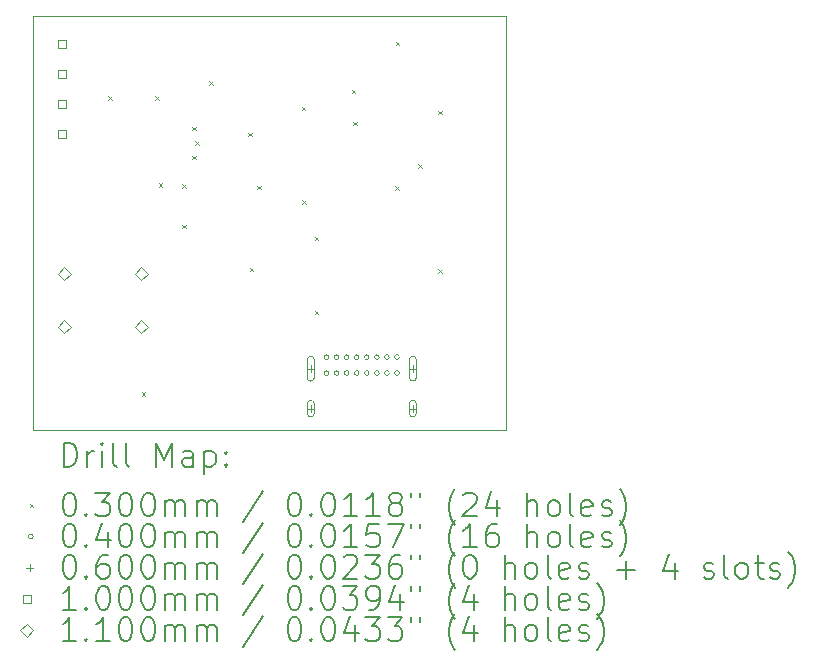
<source format=gbr>
%TF.GenerationSoftware,KiCad,Pcbnew,8.0.5*%
%TF.CreationDate,2025-10-28T15:14:40-05:00*%
%TF.ProjectId,Microcontroller,4d696372-6f63-46f6-9e74-726f6c6c6572,rev?*%
%TF.SameCoordinates,Original*%
%TF.FileFunction,Drillmap*%
%TF.FilePolarity,Positive*%
%FSLAX45Y45*%
G04 Gerber Fmt 4.5, Leading zero omitted, Abs format (unit mm)*
G04 Created by KiCad (PCBNEW 8.0.5) date 2025-10-28 15:14:40*
%MOMM*%
%LPD*%
G01*
G04 APERTURE LIST*
%ADD10C,0.050000*%
%ADD11C,0.200000*%
%ADD12C,0.100000*%
%ADD13C,0.110000*%
G04 APERTURE END LIST*
D10*
X7850000Y-10500000D02*
X11850000Y-10500000D01*
X11850000Y-14000000D01*
X7850000Y-14000000D01*
X7850000Y-10500000D01*
D11*
D12*
X8486000Y-11179000D02*
X8516000Y-11209000D01*
X8516000Y-11179000D02*
X8486000Y-11209000D01*
X8768000Y-13683000D02*
X8798000Y-13713000D01*
X8798000Y-13683000D02*
X8768000Y-13713000D01*
X8881500Y-11179000D02*
X8911500Y-11209000D01*
X8911500Y-11179000D02*
X8881500Y-11209000D01*
X8910000Y-11916000D02*
X8940000Y-11946000D01*
X8940000Y-11916000D02*
X8910000Y-11946000D01*
X9109000Y-11921000D02*
X9139000Y-11951000D01*
X9139000Y-11921000D02*
X9109000Y-11951000D01*
X9111750Y-12266000D02*
X9141750Y-12296000D01*
X9141750Y-12266000D02*
X9111750Y-12296000D01*
X9193000Y-11682000D02*
X9223000Y-11712000D01*
X9223000Y-11682000D02*
X9193000Y-11712000D01*
X9194000Y-11436000D02*
X9224000Y-11466000D01*
X9224000Y-11436000D02*
X9194000Y-11466000D01*
X9221000Y-11560000D02*
X9251000Y-11590000D01*
X9251000Y-11560000D02*
X9221000Y-11590000D01*
X9337000Y-11051000D02*
X9367000Y-11081000D01*
X9367000Y-11051000D02*
X9337000Y-11081000D01*
X9667000Y-11485750D02*
X9697000Y-11515750D01*
X9697000Y-11485750D02*
X9667000Y-11515750D01*
X9681250Y-12632000D02*
X9711250Y-12662000D01*
X9711250Y-12632000D02*
X9681250Y-12662000D01*
X9744000Y-11936000D02*
X9774000Y-11966000D01*
X9774000Y-11936000D02*
X9744000Y-11966000D01*
X10123000Y-11266000D02*
X10153000Y-11296000D01*
X10153000Y-11266000D02*
X10123000Y-11296000D01*
X10125000Y-12057000D02*
X10155000Y-12087000D01*
X10155000Y-12057000D02*
X10125000Y-12087000D01*
X10234000Y-12366000D02*
X10264000Y-12396000D01*
X10264000Y-12366000D02*
X10234000Y-12396000D01*
X10234000Y-12996000D02*
X10264000Y-13026000D01*
X10264000Y-12996000D02*
X10234000Y-13026000D01*
X10546000Y-11122000D02*
X10576000Y-11152000D01*
X10576000Y-11122000D02*
X10546000Y-11152000D01*
X10557000Y-11396000D02*
X10587000Y-11426000D01*
X10587000Y-11396000D02*
X10557000Y-11426000D01*
X10916000Y-11938000D02*
X10946000Y-11968000D01*
X10946000Y-11938000D02*
X10916000Y-11968000D01*
X10917000Y-10715000D02*
X10947000Y-10745000D01*
X10947000Y-10715000D02*
X10917000Y-10745000D01*
X11107000Y-11753000D02*
X11137000Y-11783000D01*
X11137000Y-11753000D02*
X11107000Y-11783000D01*
X11277000Y-11302000D02*
X11307000Y-11332000D01*
X11307000Y-11302000D02*
X11277000Y-11332000D01*
X11277000Y-12645000D02*
X11307000Y-12675000D01*
X11307000Y-12645000D02*
X11277000Y-12675000D01*
X10353000Y-13387000D02*
G75*
G02*
X10313000Y-13387000I-20000J0D01*
G01*
X10313000Y-13387000D02*
G75*
G02*
X10353000Y-13387000I20000J0D01*
G01*
X10353000Y-13522000D02*
G75*
G02*
X10313000Y-13522000I-20000J0D01*
G01*
X10313000Y-13522000D02*
G75*
G02*
X10353000Y-13522000I20000J0D01*
G01*
X10438000Y-13387000D02*
G75*
G02*
X10398000Y-13387000I-20000J0D01*
G01*
X10398000Y-13387000D02*
G75*
G02*
X10438000Y-13387000I20000J0D01*
G01*
X10438000Y-13522000D02*
G75*
G02*
X10398000Y-13522000I-20000J0D01*
G01*
X10398000Y-13522000D02*
G75*
G02*
X10438000Y-13522000I20000J0D01*
G01*
X10523000Y-13387000D02*
G75*
G02*
X10483000Y-13387000I-20000J0D01*
G01*
X10483000Y-13387000D02*
G75*
G02*
X10523000Y-13387000I20000J0D01*
G01*
X10523000Y-13522000D02*
G75*
G02*
X10483000Y-13522000I-20000J0D01*
G01*
X10483000Y-13522000D02*
G75*
G02*
X10523000Y-13522000I20000J0D01*
G01*
X10608000Y-13387000D02*
G75*
G02*
X10568000Y-13387000I-20000J0D01*
G01*
X10568000Y-13387000D02*
G75*
G02*
X10608000Y-13387000I20000J0D01*
G01*
X10608000Y-13522000D02*
G75*
G02*
X10568000Y-13522000I-20000J0D01*
G01*
X10568000Y-13522000D02*
G75*
G02*
X10608000Y-13522000I20000J0D01*
G01*
X10693000Y-13387000D02*
G75*
G02*
X10653000Y-13387000I-20000J0D01*
G01*
X10653000Y-13387000D02*
G75*
G02*
X10693000Y-13387000I20000J0D01*
G01*
X10693000Y-13522000D02*
G75*
G02*
X10653000Y-13522000I-20000J0D01*
G01*
X10653000Y-13522000D02*
G75*
G02*
X10693000Y-13522000I20000J0D01*
G01*
X10778000Y-13387000D02*
G75*
G02*
X10738000Y-13387000I-20000J0D01*
G01*
X10738000Y-13387000D02*
G75*
G02*
X10778000Y-13387000I20000J0D01*
G01*
X10778000Y-13522000D02*
G75*
G02*
X10738000Y-13522000I-20000J0D01*
G01*
X10738000Y-13522000D02*
G75*
G02*
X10778000Y-13522000I20000J0D01*
G01*
X10863000Y-13387000D02*
G75*
G02*
X10823000Y-13387000I-20000J0D01*
G01*
X10823000Y-13387000D02*
G75*
G02*
X10863000Y-13387000I20000J0D01*
G01*
X10863000Y-13522000D02*
G75*
G02*
X10823000Y-13522000I-20000J0D01*
G01*
X10823000Y-13522000D02*
G75*
G02*
X10863000Y-13522000I20000J0D01*
G01*
X10948000Y-13387000D02*
G75*
G02*
X10908000Y-13387000I-20000J0D01*
G01*
X10908000Y-13387000D02*
G75*
G02*
X10948000Y-13387000I20000J0D01*
G01*
X10948000Y-13522000D02*
G75*
G02*
X10908000Y-13522000I-20000J0D01*
G01*
X10908000Y-13522000D02*
G75*
G02*
X10948000Y-13522000I20000J0D01*
G01*
X10198000Y-13455000D02*
X10198000Y-13515000D01*
X10168000Y-13485000D02*
X10228000Y-13485000D01*
X10168000Y-13410000D02*
X10168000Y-13560000D01*
X10228000Y-13560000D02*
G75*
G02*
X10168000Y-13560000I-30000J0D01*
G01*
X10228000Y-13560000D02*
X10228000Y-13410000D01*
X10228000Y-13410000D02*
G75*
G03*
X10168000Y-13410000I-30000J0D01*
G01*
X10198000Y-13793000D02*
X10198000Y-13853000D01*
X10168000Y-13823000D02*
X10228000Y-13823000D01*
X10168000Y-13783000D02*
X10168000Y-13863000D01*
X10228000Y-13863000D02*
G75*
G02*
X10168000Y-13863000I-30000J0D01*
G01*
X10228000Y-13863000D02*
X10228000Y-13783000D01*
X10228000Y-13783000D02*
G75*
G03*
X10168000Y-13783000I-30000J0D01*
G01*
X11063000Y-13455000D02*
X11063000Y-13515000D01*
X11033000Y-13485000D02*
X11093000Y-13485000D01*
X11033000Y-13410000D02*
X11033000Y-13560000D01*
X11093000Y-13560000D02*
G75*
G02*
X11033000Y-13560000I-30000J0D01*
G01*
X11093000Y-13560000D02*
X11093000Y-13410000D01*
X11093000Y-13410000D02*
G75*
G03*
X11033000Y-13410000I-30000J0D01*
G01*
X11063000Y-13793000D02*
X11063000Y-13853000D01*
X11033000Y-13823000D02*
X11093000Y-13823000D01*
X11033000Y-13783000D02*
X11033000Y-13863000D01*
X11093000Y-13863000D02*
G75*
G02*
X11033000Y-13863000I-30000J0D01*
G01*
X11093000Y-13863000D02*
X11093000Y-13783000D01*
X11093000Y-13783000D02*
G75*
G03*
X11033000Y-13783000I-30000J0D01*
G01*
X8127356Y-10769356D02*
X8127356Y-10698644D01*
X8056644Y-10698644D01*
X8056644Y-10769356D01*
X8127356Y-10769356D01*
X8127356Y-11023356D02*
X8127356Y-10952644D01*
X8056644Y-10952644D01*
X8056644Y-11023356D01*
X8127356Y-11023356D01*
X8127356Y-11277356D02*
X8127356Y-11206644D01*
X8056644Y-11206644D01*
X8056644Y-11277356D01*
X8127356Y-11277356D01*
X8127356Y-11531356D02*
X8127356Y-11460644D01*
X8056644Y-11460644D01*
X8056644Y-11531356D01*
X8127356Y-11531356D01*
D13*
X8113000Y-12736000D02*
X8168000Y-12681000D01*
X8113000Y-12626000D01*
X8058000Y-12681000D01*
X8113000Y-12736000D01*
X8113000Y-13186000D02*
X8168000Y-13131000D01*
X8113000Y-13076000D01*
X8058000Y-13131000D01*
X8113000Y-13186000D01*
X8763000Y-12736000D02*
X8818000Y-12681000D01*
X8763000Y-12626000D01*
X8708000Y-12681000D01*
X8763000Y-12736000D01*
X8763000Y-13186000D02*
X8818000Y-13131000D01*
X8763000Y-13076000D01*
X8708000Y-13131000D01*
X8763000Y-13186000D01*
D11*
X8108277Y-14313984D02*
X8108277Y-14113984D01*
X8108277Y-14113984D02*
X8155896Y-14113984D01*
X8155896Y-14113984D02*
X8184467Y-14123508D01*
X8184467Y-14123508D02*
X8203515Y-14142555D01*
X8203515Y-14142555D02*
X8213039Y-14161603D01*
X8213039Y-14161603D02*
X8222562Y-14199698D01*
X8222562Y-14199698D02*
X8222562Y-14228269D01*
X8222562Y-14228269D02*
X8213039Y-14266365D01*
X8213039Y-14266365D02*
X8203515Y-14285412D01*
X8203515Y-14285412D02*
X8184467Y-14304460D01*
X8184467Y-14304460D02*
X8155896Y-14313984D01*
X8155896Y-14313984D02*
X8108277Y-14313984D01*
X8308277Y-14313984D02*
X8308277Y-14180650D01*
X8308277Y-14218746D02*
X8317801Y-14199698D01*
X8317801Y-14199698D02*
X8327324Y-14190174D01*
X8327324Y-14190174D02*
X8346372Y-14180650D01*
X8346372Y-14180650D02*
X8365420Y-14180650D01*
X8432086Y-14313984D02*
X8432086Y-14180650D01*
X8432086Y-14113984D02*
X8422563Y-14123508D01*
X8422563Y-14123508D02*
X8432086Y-14133031D01*
X8432086Y-14133031D02*
X8441610Y-14123508D01*
X8441610Y-14123508D02*
X8432086Y-14113984D01*
X8432086Y-14113984D02*
X8432086Y-14133031D01*
X8555896Y-14313984D02*
X8536848Y-14304460D01*
X8536848Y-14304460D02*
X8527324Y-14285412D01*
X8527324Y-14285412D02*
X8527324Y-14113984D01*
X8660658Y-14313984D02*
X8641610Y-14304460D01*
X8641610Y-14304460D02*
X8632086Y-14285412D01*
X8632086Y-14285412D02*
X8632086Y-14113984D01*
X8889229Y-14313984D02*
X8889229Y-14113984D01*
X8889229Y-14113984D02*
X8955896Y-14256841D01*
X8955896Y-14256841D02*
X9022563Y-14113984D01*
X9022563Y-14113984D02*
X9022563Y-14313984D01*
X9203515Y-14313984D02*
X9203515Y-14209222D01*
X9203515Y-14209222D02*
X9193991Y-14190174D01*
X9193991Y-14190174D02*
X9174944Y-14180650D01*
X9174944Y-14180650D02*
X9136848Y-14180650D01*
X9136848Y-14180650D02*
X9117801Y-14190174D01*
X9203515Y-14304460D02*
X9184467Y-14313984D01*
X9184467Y-14313984D02*
X9136848Y-14313984D01*
X9136848Y-14313984D02*
X9117801Y-14304460D01*
X9117801Y-14304460D02*
X9108277Y-14285412D01*
X9108277Y-14285412D02*
X9108277Y-14266365D01*
X9108277Y-14266365D02*
X9117801Y-14247317D01*
X9117801Y-14247317D02*
X9136848Y-14237793D01*
X9136848Y-14237793D02*
X9184467Y-14237793D01*
X9184467Y-14237793D02*
X9203515Y-14228269D01*
X9298753Y-14180650D02*
X9298753Y-14380650D01*
X9298753Y-14190174D02*
X9317801Y-14180650D01*
X9317801Y-14180650D02*
X9355896Y-14180650D01*
X9355896Y-14180650D02*
X9374944Y-14190174D01*
X9374944Y-14190174D02*
X9384467Y-14199698D01*
X9384467Y-14199698D02*
X9393991Y-14218746D01*
X9393991Y-14218746D02*
X9393991Y-14275888D01*
X9393991Y-14275888D02*
X9384467Y-14294936D01*
X9384467Y-14294936D02*
X9374944Y-14304460D01*
X9374944Y-14304460D02*
X9355896Y-14313984D01*
X9355896Y-14313984D02*
X9317801Y-14313984D01*
X9317801Y-14313984D02*
X9298753Y-14304460D01*
X9479705Y-14294936D02*
X9489229Y-14304460D01*
X9489229Y-14304460D02*
X9479705Y-14313984D01*
X9479705Y-14313984D02*
X9470182Y-14304460D01*
X9470182Y-14304460D02*
X9479705Y-14294936D01*
X9479705Y-14294936D02*
X9479705Y-14313984D01*
X9479705Y-14190174D02*
X9489229Y-14199698D01*
X9489229Y-14199698D02*
X9479705Y-14209222D01*
X9479705Y-14209222D02*
X9470182Y-14199698D01*
X9470182Y-14199698D02*
X9479705Y-14190174D01*
X9479705Y-14190174D02*
X9479705Y-14209222D01*
D12*
X7817500Y-14627500D02*
X7847500Y-14657500D01*
X7847500Y-14627500D02*
X7817500Y-14657500D01*
D11*
X8146372Y-14533984D02*
X8165420Y-14533984D01*
X8165420Y-14533984D02*
X8184467Y-14543508D01*
X8184467Y-14543508D02*
X8193991Y-14553031D01*
X8193991Y-14553031D02*
X8203515Y-14572079D01*
X8203515Y-14572079D02*
X8213039Y-14610174D01*
X8213039Y-14610174D02*
X8213039Y-14657793D01*
X8213039Y-14657793D02*
X8203515Y-14695888D01*
X8203515Y-14695888D02*
X8193991Y-14714936D01*
X8193991Y-14714936D02*
X8184467Y-14724460D01*
X8184467Y-14724460D02*
X8165420Y-14733984D01*
X8165420Y-14733984D02*
X8146372Y-14733984D01*
X8146372Y-14733984D02*
X8127324Y-14724460D01*
X8127324Y-14724460D02*
X8117801Y-14714936D01*
X8117801Y-14714936D02*
X8108277Y-14695888D01*
X8108277Y-14695888D02*
X8098753Y-14657793D01*
X8098753Y-14657793D02*
X8098753Y-14610174D01*
X8098753Y-14610174D02*
X8108277Y-14572079D01*
X8108277Y-14572079D02*
X8117801Y-14553031D01*
X8117801Y-14553031D02*
X8127324Y-14543508D01*
X8127324Y-14543508D02*
X8146372Y-14533984D01*
X8298753Y-14714936D02*
X8308277Y-14724460D01*
X8308277Y-14724460D02*
X8298753Y-14733984D01*
X8298753Y-14733984D02*
X8289229Y-14724460D01*
X8289229Y-14724460D02*
X8298753Y-14714936D01*
X8298753Y-14714936D02*
X8298753Y-14733984D01*
X8374943Y-14533984D02*
X8498753Y-14533984D01*
X8498753Y-14533984D02*
X8432086Y-14610174D01*
X8432086Y-14610174D02*
X8460658Y-14610174D01*
X8460658Y-14610174D02*
X8479705Y-14619698D01*
X8479705Y-14619698D02*
X8489229Y-14629222D01*
X8489229Y-14629222D02*
X8498753Y-14648269D01*
X8498753Y-14648269D02*
X8498753Y-14695888D01*
X8498753Y-14695888D02*
X8489229Y-14714936D01*
X8489229Y-14714936D02*
X8479705Y-14724460D01*
X8479705Y-14724460D02*
X8460658Y-14733984D01*
X8460658Y-14733984D02*
X8403515Y-14733984D01*
X8403515Y-14733984D02*
X8384467Y-14724460D01*
X8384467Y-14724460D02*
X8374943Y-14714936D01*
X8622563Y-14533984D02*
X8641610Y-14533984D01*
X8641610Y-14533984D02*
X8660658Y-14543508D01*
X8660658Y-14543508D02*
X8670182Y-14553031D01*
X8670182Y-14553031D02*
X8679705Y-14572079D01*
X8679705Y-14572079D02*
X8689229Y-14610174D01*
X8689229Y-14610174D02*
X8689229Y-14657793D01*
X8689229Y-14657793D02*
X8679705Y-14695888D01*
X8679705Y-14695888D02*
X8670182Y-14714936D01*
X8670182Y-14714936D02*
X8660658Y-14724460D01*
X8660658Y-14724460D02*
X8641610Y-14733984D01*
X8641610Y-14733984D02*
X8622563Y-14733984D01*
X8622563Y-14733984D02*
X8603515Y-14724460D01*
X8603515Y-14724460D02*
X8593991Y-14714936D01*
X8593991Y-14714936D02*
X8584467Y-14695888D01*
X8584467Y-14695888D02*
X8574944Y-14657793D01*
X8574944Y-14657793D02*
X8574944Y-14610174D01*
X8574944Y-14610174D02*
X8584467Y-14572079D01*
X8584467Y-14572079D02*
X8593991Y-14553031D01*
X8593991Y-14553031D02*
X8603515Y-14543508D01*
X8603515Y-14543508D02*
X8622563Y-14533984D01*
X8813039Y-14533984D02*
X8832086Y-14533984D01*
X8832086Y-14533984D02*
X8851134Y-14543508D01*
X8851134Y-14543508D02*
X8860658Y-14553031D01*
X8860658Y-14553031D02*
X8870182Y-14572079D01*
X8870182Y-14572079D02*
X8879705Y-14610174D01*
X8879705Y-14610174D02*
X8879705Y-14657793D01*
X8879705Y-14657793D02*
X8870182Y-14695888D01*
X8870182Y-14695888D02*
X8860658Y-14714936D01*
X8860658Y-14714936D02*
X8851134Y-14724460D01*
X8851134Y-14724460D02*
X8832086Y-14733984D01*
X8832086Y-14733984D02*
X8813039Y-14733984D01*
X8813039Y-14733984D02*
X8793991Y-14724460D01*
X8793991Y-14724460D02*
X8784467Y-14714936D01*
X8784467Y-14714936D02*
X8774944Y-14695888D01*
X8774944Y-14695888D02*
X8765420Y-14657793D01*
X8765420Y-14657793D02*
X8765420Y-14610174D01*
X8765420Y-14610174D02*
X8774944Y-14572079D01*
X8774944Y-14572079D02*
X8784467Y-14553031D01*
X8784467Y-14553031D02*
X8793991Y-14543508D01*
X8793991Y-14543508D02*
X8813039Y-14533984D01*
X8965420Y-14733984D02*
X8965420Y-14600650D01*
X8965420Y-14619698D02*
X8974944Y-14610174D01*
X8974944Y-14610174D02*
X8993991Y-14600650D01*
X8993991Y-14600650D02*
X9022563Y-14600650D01*
X9022563Y-14600650D02*
X9041610Y-14610174D01*
X9041610Y-14610174D02*
X9051134Y-14629222D01*
X9051134Y-14629222D02*
X9051134Y-14733984D01*
X9051134Y-14629222D02*
X9060658Y-14610174D01*
X9060658Y-14610174D02*
X9079705Y-14600650D01*
X9079705Y-14600650D02*
X9108277Y-14600650D01*
X9108277Y-14600650D02*
X9127325Y-14610174D01*
X9127325Y-14610174D02*
X9136848Y-14629222D01*
X9136848Y-14629222D02*
X9136848Y-14733984D01*
X9232086Y-14733984D02*
X9232086Y-14600650D01*
X9232086Y-14619698D02*
X9241610Y-14610174D01*
X9241610Y-14610174D02*
X9260658Y-14600650D01*
X9260658Y-14600650D02*
X9289229Y-14600650D01*
X9289229Y-14600650D02*
X9308277Y-14610174D01*
X9308277Y-14610174D02*
X9317801Y-14629222D01*
X9317801Y-14629222D02*
X9317801Y-14733984D01*
X9317801Y-14629222D02*
X9327325Y-14610174D01*
X9327325Y-14610174D02*
X9346372Y-14600650D01*
X9346372Y-14600650D02*
X9374944Y-14600650D01*
X9374944Y-14600650D02*
X9393991Y-14610174D01*
X9393991Y-14610174D02*
X9403515Y-14629222D01*
X9403515Y-14629222D02*
X9403515Y-14733984D01*
X9793991Y-14524460D02*
X9622563Y-14781603D01*
X10051134Y-14533984D02*
X10070182Y-14533984D01*
X10070182Y-14533984D02*
X10089229Y-14543508D01*
X10089229Y-14543508D02*
X10098753Y-14553031D01*
X10098753Y-14553031D02*
X10108277Y-14572079D01*
X10108277Y-14572079D02*
X10117801Y-14610174D01*
X10117801Y-14610174D02*
X10117801Y-14657793D01*
X10117801Y-14657793D02*
X10108277Y-14695888D01*
X10108277Y-14695888D02*
X10098753Y-14714936D01*
X10098753Y-14714936D02*
X10089229Y-14724460D01*
X10089229Y-14724460D02*
X10070182Y-14733984D01*
X10070182Y-14733984D02*
X10051134Y-14733984D01*
X10051134Y-14733984D02*
X10032087Y-14724460D01*
X10032087Y-14724460D02*
X10022563Y-14714936D01*
X10022563Y-14714936D02*
X10013039Y-14695888D01*
X10013039Y-14695888D02*
X10003515Y-14657793D01*
X10003515Y-14657793D02*
X10003515Y-14610174D01*
X10003515Y-14610174D02*
X10013039Y-14572079D01*
X10013039Y-14572079D02*
X10022563Y-14553031D01*
X10022563Y-14553031D02*
X10032087Y-14543508D01*
X10032087Y-14543508D02*
X10051134Y-14533984D01*
X10203515Y-14714936D02*
X10213039Y-14724460D01*
X10213039Y-14724460D02*
X10203515Y-14733984D01*
X10203515Y-14733984D02*
X10193991Y-14724460D01*
X10193991Y-14724460D02*
X10203515Y-14714936D01*
X10203515Y-14714936D02*
X10203515Y-14733984D01*
X10336848Y-14533984D02*
X10355896Y-14533984D01*
X10355896Y-14533984D02*
X10374944Y-14543508D01*
X10374944Y-14543508D02*
X10384468Y-14553031D01*
X10384468Y-14553031D02*
X10393991Y-14572079D01*
X10393991Y-14572079D02*
X10403515Y-14610174D01*
X10403515Y-14610174D02*
X10403515Y-14657793D01*
X10403515Y-14657793D02*
X10393991Y-14695888D01*
X10393991Y-14695888D02*
X10384468Y-14714936D01*
X10384468Y-14714936D02*
X10374944Y-14724460D01*
X10374944Y-14724460D02*
X10355896Y-14733984D01*
X10355896Y-14733984D02*
X10336848Y-14733984D01*
X10336848Y-14733984D02*
X10317801Y-14724460D01*
X10317801Y-14724460D02*
X10308277Y-14714936D01*
X10308277Y-14714936D02*
X10298753Y-14695888D01*
X10298753Y-14695888D02*
X10289229Y-14657793D01*
X10289229Y-14657793D02*
X10289229Y-14610174D01*
X10289229Y-14610174D02*
X10298753Y-14572079D01*
X10298753Y-14572079D02*
X10308277Y-14553031D01*
X10308277Y-14553031D02*
X10317801Y-14543508D01*
X10317801Y-14543508D02*
X10336848Y-14533984D01*
X10593991Y-14733984D02*
X10479706Y-14733984D01*
X10536848Y-14733984D02*
X10536848Y-14533984D01*
X10536848Y-14533984D02*
X10517801Y-14562555D01*
X10517801Y-14562555D02*
X10498753Y-14581603D01*
X10498753Y-14581603D02*
X10479706Y-14591127D01*
X10784468Y-14733984D02*
X10670182Y-14733984D01*
X10727325Y-14733984D02*
X10727325Y-14533984D01*
X10727325Y-14533984D02*
X10708277Y-14562555D01*
X10708277Y-14562555D02*
X10689229Y-14581603D01*
X10689229Y-14581603D02*
X10670182Y-14591127D01*
X10898753Y-14619698D02*
X10879706Y-14610174D01*
X10879706Y-14610174D02*
X10870182Y-14600650D01*
X10870182Y-14600650D02*
X10860658Y-14581603D01*
X10860658Y-14581603D02*
X10860658Y-14572079D01*
X10860658Y-14572079D02*
X10870182Y-14553031D01*
X10870182Y-14553031D02*
X10879706Y-14543508D01*
X10879706Y-14543508D02*
X10898753Y-14533984D01*
X10898753Y-14533984D02*
X10936849Y-14533984D01*
X10936849Y-14533984D02*
X10955896Y-14543508D01*
X10955896Y-14543508D02*
X10965420Y-14553031D01*
X10965420Y-14553031D02*
X10974944Y-14572079D01*
X10974944Y-14572079D02*
X10974944Y-14581603D01*
X10974944Y-14581603D02*
X10965420Y-14600650D01*
X10965420Y-14600650D02*
X10955896Y-14610174D01*
X10955896Y-14610174D02*
X10936849Y-14619698D01*
X10936849Y-14619698D02*
X10898753Y-14619698D01*
X10898753Y-14619698D02*
X10879706Y-14629222D01*
X10879706Y-14629222D02*
X10870182Y-14638746D01*
X10870182Y-14638746D02*
X10860658Y-14657793D01*
X10860658Y-14657793D02*
X10860658Y-14695888D01*
X10860658Y-14695888D02*
X10870182Y-14714936D01*
X10870182Y-14714936D02*
X10879706Y-14724460D01*
X10879706Y-14724460D02*
X10898753Y-14733984D01*
X10898753Y-14733984D02*
X10936849Y-14733984D01*
X10936849Y-14733984D02*
X10955896Y-14724460D01*
X10955896Y-14724460D02*
X10965420Y-14714936D01*
X10965420Y-14714936D02*
X10974944Y-14695888D01*
X10974944Y-14695888D02*
X10974944Y-14657793D01*
X10974944Y-14657793D02*
X10965420Y-14638746D01*
X10965420Y-14638746D02*
X10955896Y-14629222D01*
X10955896Y-14629222D02*
X10936849Y-14619698D01*
X11051134Y-14533984D02*
X11051134Y-14572079D01*
X11127325Y-14533984D02*
X11127325Y-14572079D01*
X11422563Y-14810174D02*
X11413039Y-14800650D01*
X11413039Y-14800650D02*
X11393991Y-14772079D01*
X11393991Y-14772079D02*
X11384468Y-14753031D01*
X11384468Y-14753031D02*
X11374944Y-14724460D01*
X11374944Y-14724460D02*
X11365420Y-14676841D01*
X11365420Y-14676841D02*
X11365420Y-14638746D01*
X11365420Y-14638746D02*
X11374944Y-14591127D01*
X11374944Y-14591127D02*
X11384468Y-14562555D01*
X11384468Y-14562555D02*
X11393991Y-14543508D01*
X11393991Y-14543508D02*
X11413039Y-14514936D01*
X11413039Y-14514936D02*
X11422563Y-14505412D01*
X11489229Y-14553031D02*
X11498753Y-14543508D01*
X11498753Y-14543508D02*
X11517801Y-14533984D01*
X11517801Y-14533984D02*
X11565420Y-14533984D01*
X11565420Y-14533984D02*
X11584468Y-14543508D01*
X11584468Y-14543508D02*
X11593991Y-14553031D01*
X11593991Y-14553031D02*
X11603515Y-14572079D01*
X11603515Y-14572079D02*
X11603515Y-14591127D01*
X11603515Y-14591127D02*
X11593991Y-14619698D01*
X11593991Y-14619698D02*
X11479706Y-14733984D01*
X11479706Y-14733984D02*
X11603515Y-14733984D01*
X11774944Y-14600650D02*
X11774944Y-14733984D01*
X11727325Y-14524460D02*
X11679706Y-14667317D01*
X11679706Y-14667317D02*
X11803515Y-14667317D01*
X12032087Y-14733984D02*
X12032087Y-14533984D01*
X12117801Y-14733984D02*
X12117801Y-14629222D01*
X12117801Y-14629222D02*
X12108277Y-14610174D01*
X12108277Y-14610174D02*
X12089230Y-14600650D01*
X12089230Y-14600650D02*
X12060658Y-14600650D01*
X12060658Y-14600650D02*
X12041610Y-14610174D01*
X12041610Y-14610174D02*
X12032087Y-14619698D01*
X12241610Y-14733984D02*
X12222563Y-14724460D01*
X12222563Y-14724460D02*
X12213039Y-14714936D01*
X12213039Y-14714936D02*
X12203515Y-14695888D01*
X12203515Y-14695888D02*
X12203515Y-14638746D01*
X12203515Y-14638746D02*
X12213039Y-14619698D01*
X12213039Y-14619698D02*
X12222563Y-14610174D01*
X12222563Y-14610174D02*
X12241610Y-14600650D01*
X12241610Y-14600650D02*
X12270182Y-14600650D01*
X12270182Y-14600650D02*
X12289230Y-14610174D01*
X12289230Y-14610174D02*
X12298753Y-14619698D01*
X12298753Y-14619698D02*
X12308277Y-14638746D01*
X12308277Y-14638746D02*
X12308277Y-14695888D01*
X12308277Y-14695888D02*
X12298753Y-14714936D01*
X12298753Y-14714936D02*
X12289230Y-14724460D01*
X12289230Y-14724460D02*
X12270182Y-14733984D01*
X12270182Y-14733984D02*
X12241610Y-14733984D01*
X12422563Y-14733984D02*
X12403515Y-14724460D01*
X12403515Y-14724460D02*
X12393991Y-14705412D01*
X12393991Y-14705412D02*
X12393991Y-14533984D01*
X12574944Y-14724460D02*
X12555896Y-14733984D01*
X12555896Y-14733984D02*
X12517801Y-14733984D01*
X12517801Y-14733984D02*
X12498753Y-14724460D01*
X12498753Y-14724460D02*
X12489230Y-14705412D01*
X12489230Y-14705412D02*
X12489230Y-14629222D01*
X12489230Y-14629222D02*
X12498753Y-14610174D01*
X12498753Y-14610174D02*
X12517801Y-14600650D01*
X12517801Y-14600650D02*
X12555896Y-14600650D01*
X12555896Y-14600650D02*
X12574944Y-14610174D01*
X12574944Y-14610174D02*
X12584468Y-14629222D01*
X12584468Y-14629222D02*
X12584468Y-14648269D01*
X12584468Y-14648269D02*
X12489230Y-14667317D01*
X12660658Y-14724460D02*
X12679706Y-14733984D01*
X12679706Y-14733984D02*
X12717801Y-14733984D01*
X12717801Y-14733984D02*
X12736849Y-14724460D01*
X12736849Y-14724460D02*
X12746372Y-14705412D01*
X12746372Y-14705412D02*
X12746372Y-14695888D01*
X12746372Y-14695888D02*
X12736849Y-14676841D01*
X12736849Y-14676841D02*
X12717801Y-14667317D01*
X12717801Y-14667317D02*
X12689230Y-14667317D01*
X12689230Y-14667317D02*
X12670182Y-14657793D01*
X12670182Y-14657793D02*
X12660658Y-14638746D01*
X12660658Y-14638746D02*
X12660658Y-14629222D01*
X12660658Y-14629222D02*
X12670182Y-14610174D01*
X12670182Y-14610174D02*
X12689230Y-14600650D01*
X12689230Y-14600650D02*
X12717801Y-14600650D01*
X12717801Y-14600650D02*
X12736849Y-14610174D01*
X12813039Y-14810174D02*
X12822563Y-14800650D01*
X12822563Y-14800650D02*
X12841611Y-14772079D01*
X12841611Y-14772079D02*
X12851134Y-14753031D01*
X12851134Y-14753031D02*
X12860658Y-14724460D01*
X12860658Y-14724460D02*
X12870182Y-14676841D01*
X12870182Y-14676841D02*
X12870182Y-14638746D01*
X12870182Y-14638746D02*
X12860658Y-14591127D01*
X12860658Y-14591127D02*
X12851134Y-14562555D01*
X12851134Y-14562555D02*
X12841611Y-14543508D01*
X12841611Y-14543508D02*
X12822563Y-14514936D01*
X12822563Y-14514936D02*
X12813039Y-14505412D01*
D12*
X7847500Y-14906500D02*
G75*
G02*
X7807500Y-14906500I-20000J0D01*
G01*
X7807500Y-14906500D02*
G75*
G02*
X7847500Y-14906500I20000J0D01*
G01*
D11*
X8146372Y-14797984D02*
X8165420Y-14797984D01*
X8165420Y-14797984D02*
X8184467Y-14807508D01*
X8184467Y-14807508D02*
X8193991Y-14817031D01*
X8193991Y-14817031D02*
X8203515Y-14836079D01*
X8203515Y-14836079D02*
X8213039Y-14874174D01*
X8213039Y-14874174D02*
X8213039Y-14921793D01*
X8213039Y-14921793D02*
X8203515Y-14959888D01*
X8203515Y-14959888D02*
X8193991Y-14978936D01*
X8193991Y-14978936D02*
X8184467Y-14988460D01*
X8184467Y-14988460D02*
X8165420Y-14997984D01*
X8165420Y-14997984D02*
X8146372Y-14997984D01*
X8146372Y-14997984D02*
X8127324Y-14988460D01*
X8127324Y-14988460D02*
X8117801Y-14978936D01*
X8117801Y-14978936D02*
X8108277Y-14959888D01*
X8108277Y-14959888D02*
X8098753Y-14921793D01*
X8098753Y-14921793D02*
X8098753Y-14874174D01*
X8098753Y-14874174D02*
X8108277Y-14836079D01*
X8108277Y-14836079D02*
X8117801Y-14817031D01*
X8117801Y-14817031D02*
X8127324Y-14807508D01*
X8127324Y-14807508D02*
X8146372Y-14797984D01*
X8298753Y-14978936D02*
X8308277Y-14988460D01*
X8308277Y-14988460D02*
X8298753Y-14997984D01*
X8298753Y-14997984D02*
X8289229Y-14988460D01*
X8289229Y-14988460D02*
X8298753Y-14978936D01*
X8298753Y-14978936D02*
X8298753Y-14997984D01*
X8479705Y-14864650D02*
X8479705Y-14997984D01*
X8432086Y-14788460D02*
X8384467Y-14931317D01*
X8384467Y-14931317D02*
X8508277Y-14931317D01*
X8622563Y-14797984D02*
X8641610Y-14797984D01*
X8641610Y-14797984D02*
X8660658Y-14807508D01*
X8660658Y-14807508D02*
X8670182Y-14817031D01*
X8670182Y-14817031D02*
X8679705Y-14836079D01*
X8679705Y-14836079D02*
X8689229Y-14874174D01*
X8689229Y-14874174D02*
X8689229Y-14921793D01*
X8689229Y-14921793D02*
X8679705Y-14959888D01*
X8679705Y-14959888D02*
X8670182Y-14978936D01*
X8670182Y-14978936D02*
X8660658Y-14988460D01*
X8660658Y-14988460D02*
X8641610Y-14997984D01*
X8641610Y-14997984D02*
X8622563Y-14997984D01*
X8622563Y-14997984D02*
X8603515Y-14988460D01*
X8603515Y-14988460D02*
X8593991Y-14978936D01*
X8593991Y-14978936D02*
X8584467Y-14959888D01*
X8584467Y-14959888D02*
X8574944Y-14921793D01*
X8574944Y-14921793D02*
X8574944Y-14874174D01*
X8574944Y-14874174D02*
X8584467Y-14836079D01*
X8584467Y-14836079D02*
X8593991Y-14817031D01*
X8593991Y-14817031D02*
X8603515Y-14807508D01*
X8603515Y-14807508D02*
X8622563Y-14797984D01*
X8813039Y-14797984D02*
X8832086Y-14797984D01*
X8832086Y-14797984D02*
X8851134Y-14807508D01*
X8851134Y-14807508D02*
X8860658Y-14817031D01*
X8860658Y-14817031D02*
X8870182Y-14836079D01*
X8870182Y-14836079D02*
X8879705Y-14874174D01*
X8879705Y-14874174D02*
X8879705Y-14921793D01*
X8879705Y-14921793D02*
X8870182Y-14959888D01*
X8870182Y-14959888D02*
X8860658Y-14978936D01*
X8860658Y-14978936D02*
X8851134Y-14988460D01*
X8851134Y-14988460D02*
X8832086Y-14997984D01*
X8832086Y-14997984D02*
X8813039Y-14997984D01*
X8813039Y-14997984D02*
X8793991Y-14988460D01*
X8793991Y-14988460D02*
X8784467Y-14978936D01*
X8784467Y-14978936D02*
X8774944Y-14959888D01*
X8774944Y-14959888D02*
X8765420Y-14921793D01*
X8765420Y-14921793D02*
X8765420Y-14874174D01*
X8765420Y-14874174D02*
X8774944Y-14836079D01*
X8774944Y-14836079D02*
X8784467Y-14817031D01*
X8784467Y-14817031D02*
X8793991Y-14807508D01*
X8793991Y-14807508D02*
X8813039Y-14797984D01*
X8965420Y-14997984D02*
X8965420Y-14864650D01*
X8965420Y-14883698D02*
X8974944Y-14874174D01*
X8974944Y-14874174D02*
X8993991Y-14864650D01*
X8993991Y-14864650D02*
X9022563Y-14864650D01*
X9022563Y-14864650D02*
X9041610Y-14874174D01*
X9041610Y-14874174D02*
X9051134Y-14893222D01*
X9051134Y-14893222D02*
X9051134Y-14997984D01*
X9051134Y-14893222D02*
X9060658Y-14874174D01*
X9060658Y-14874174D02*
X9079705Y-14864650D01*
X9079705Y-14864650D02*
X9108277Y-14864650D01*
X9108277Y-14864650D02*
X9127325Y-14874174D01*
X9127325Y-14874174D02*
X9136848Y-14893222D01*
X9136848Y-14893222D02*
X9136848Y-14997984D01*
X9232086Y-14997984D02*
X9232086Y-14864650D01*
X9232086Y-14883698D02*
X9241610Y-14874174D01*
X9241610Y-14874174D02*
X9260658Y-14864650D01*
X9260658Y-14864650D02*
X9289229Y-14864650D01*
X9289229Y-14864650D02*
X9308277Y-14874174D01*
X9308277Y-14874174D02*
X9317801Y-14893222D01*
X9317801Y-14893222D02*
X9317801Y-14997984D01*
X9317801Y-14893222D02*
X9327325Y-14874174D01*
X9327325Y-14874174D02*
X9346372Y-14864650D01*
X9346372Y-14864650D02*
X9374944Y-14864650D01*
X9374944Y-14864650D02*
X9393991Y-14874174D01*
X9393991Y-14874174D02*
X9403515Y-14893222D01*
X9403515Y-14893222D02*
X9403515Y-14997984D01*
X9793991Y-14788460D02*
X9622563Y-15045603D01*
X10051134Y-14797984D02*
X10070182Y-14797984D01*
X10070182Y-14797984D02*
X10089229Y-14807508D01*
X10089229Y-14807508D02*
X10098753Y-14817031D01*
X10098753Y-14817031D02*
X10108277Y-14836079D01*
X10108277Y-14836079D02*
X10117801Y-14874174D01*
X10117801Y-14874174D02*
X10117801Y-14921793D01*
X10117801Y-14921793D02*
X10108277Y-14959888D01*
X10108277Y-14959888D02*
X10098753Y-14978936D01*
X10098753Y-14978936D02*
X10089229Y-14988460D01*
X10089229Y-14988460D02*
X10070182Y-14997984D01*
X10070182Y-14997984D02*
X10051134Y-14997984D01*
X10051134Y-14997984D02*
X10032087Y-14988460D01*
X10032087Y-14988460D02*
X10022563Y-14978936D01*
X10022563Y-14978936D02*
X10013039Y-14959888D01*
X10013039Y-14959888D02*
X10003515Y-14921793D01*
X10003515Y-14921793D02*
X10003515Y-14874174D01*
X10003515Y-14874174D02*
X10013039Y-14836079D01*
X10013039Y-14836079D02*
X10022563Y-14817031D01*
X10022563Y-14817031D02*
X10032087Y-14807508D01*
X10032087Y-14807508D02*
X10051134Y-14797984D01*
X10203515Y-14978936D02*
X10213039Y-14988460D01*
X10213039Y-14988460D02*
X10203515Y-14997984D01*
X10203515Y-14997984D02*
X10193991Y-14988460D01*
X10193991Y-14988460D02*
X10203515Y-14978936D01*
X10203515Y-14978936D02*
X10203515Y-14997984D01*
X10336848Y-14797984D02*
X10355896Y-14797984D01*
X10355896Y-14797984D02*
X10374944Y-14807508D01*
X10374944Y-14807508D02*
X10384468Y-14817031D01*
X10384468Y-14817031D02*
X10393991Y-14836079D01*
X10393991Y-14836079D02*
X10403515Y-14874174D01*
X10403515Y-14874174D02*
X10403515Y-14921793D01*
X10403515Y-14921793D02*
X10393991Y-14959888D01*
X10393991Y-14959888D02*
X10384468Y-14978936D01*
X10384468Y-14978936D02*
X10374944Y-14988460D01*
X10374944Y-14988460D02*
X10355896Y-14997984D01*
X10355896Y-14997984D02*
X10336848Y-14997984D01*
X10336848Y-14997984D02*
X10317801Y-14988460D01*
X10317801Y-14988460D02*
X10308277Y-14978936D01*
X10308277Y-14978936D02*
X10298753Y-14959888D01*
X10298753Y-14959888D02*
X10289229Y-14921793D01*
X10289229Y-14921793D02*
X10289229Y-14874174D01*
X10289229Y-14874174D02*
X10298753Y-14836079D01*
X10298753Y-14836079D02*
X10308277Y-14817031D01*
X10308277Y-14817031D02*
X10317801Y-14807508D01*
X10317801Y-14807508D02*
X10336848Y-14797984D01*
X10593991Y-14997984D02*
X10479706Y-14997984D01*
X10536848Y-14997984D02*
X10536848Y-14797984D01*
X10536848Y-14797984D02*
X10517801Y-14826555D01*
X10517801Y-14826555D02*
X10498753Y-14845603D01*
X10498753Y-14845603D02*
X10479706Y-14855127D01*
X10774944Y-14797984D02*
X10679706Y-14797984D01*
X10679706Y-14797984D02*
X10670182Y-14893222D01*
X10670182Y-14893222D02*
X10679706Y-14883698D01*
X10679706Y-14883698D02*
X10698753Y-14874174D01*
X10698753Y-14874174D02*
X10746372Y-14874174D01*
X10746372Y-14874174D02*
X10765420Y-14883698D01*
X10765420Y-14883698D02*
X10774944Y-14893222D01*
X10774944Y-14893222D02*
X10784468Y-14912269D01*
X10784468Y-14912269D02*
X10784468Y-14959888D01*
X10784468Y-14959888D02*
X10774944Y-14978936D01*
X10774944Y-14978936D02*
X10765420Y-14988460D01*
X10765420Y-14988460D02*
X10746372Y-14997984D01*
X10746372Y-14997984D02*
X10698753Y-14997984D01*
X10698753Y-14997984D02*
X10679706Y-14988460D01*
X10679706Y-14988460D02*
X10670182Y-14978936D01*
X10851134Y-14797984D02*
X10984468Y-14797984D01*
X10984468Y-14797984D02*
X10898753Y-14997984D01*
X11051134Y-14797984D02*
X11051134Y-14836079D01*
X11127325Y-14797984D02*
X11127325Y-14836079D01*
X11422563Y-15074174D02*
X11413039Y-15064650D01*
X11413039Y-15064650D02*
X11393991Y-15036079D01*
X11393991Y-15036079D02*
X11384468Y-15017031D01*
X11384468Y-15017031D02*
X11374944Y-14988460D01*
X11374944Y-14988460D02*
X11365420Y-14940841D01*
X11365420Y-14940841D02*
X11365420Y-14902746D01*
X11365420Y-14902746D02*
X11374944Y-14855127D01*
X11374944Y-14855127D02*
X11384468Y-14826555D01*
X11384468Y-14826555D02*
X11393991Y-14807508D01*
X11393991Y-14807508D02*
X11413039Y-14778936D01*
X11413039Y-14778936D02*
X11422563Y-14769412D01*
X11603515Y-14997984D02*
X11489229Y-14997984D01*
X11546372Y-14997984D02*
X11546372Y-14797984D01*
X11546372Y-14797984D02*
X11527325Y-14826555D01*
X11527325Y-14826555D02*
X11508277Y-14845603D01*
X11508277Y-14845603D02*
X11489229Y-14855127D01*
X11774944Y-14797984D02*
X11736848Y-14797984D01*
X11736848Y-14797984D02*
X11717801Y-14807508D01*
X11717801Y-14807508D02*
X11708277Y-14817031D01*
X11708277Y-14817031D02*
X11689229Y-14845603D01*
X11689229Y-14845603D02*
X11679706Y-14883698D01*
X11679706Y-14883698D02*
X11679706Y-14959888D01*
X11679706Y-14959888D02*
X11689229Y-14978936D01*
X11689229Y-14978936D02*
X11698753Y-14988460D01*
X11698753Y-14988460D02*
X11717801Y-14997984D01*
X11717801Y-14997984D02*
X11755896Y-14997984D01*
X11755896Y-14997984D02*
X11774944Y-14988460D01*
X11774944Y-14988460D02*
X11784468Y-14978936D01*
X11784468Y-14978936D02*
X11793991Y-14959888D01*
X11793991Y-14959888D02*
X11793991Y-14912269D01*
X11793991Y-14912269D02*
X11784468Y-14893222D01*
X11784468Y-14893222D02*
X11774944Y-14883698D01*
X11774944Y-14883698D02*
X11755896Y-14874174D01*
X11755896Y-14874174D02*
X11717801Y-14874174D01*
X11717801Y-14874174D02*
X11698753Y-14883698D01*
X11698753Y-14883698D02*
X11689229Y-14893222D01*
X11689229Y-14893222D02*
X11679706Y-14912269D01*
X12032087Y-14997984D02*
X12032087Y-14797984D01*
X12117801Y-14997984D02*
X12117801Y-14893222D01*
X12117801Y-14893222D02*
X12108277Y-14874174D01*
X12108277Y-14874174D02*
X12089230Y-14864650D01*
X12089230Y-14864650D02*
X12060658Y-14864650D01*
X12060658Y-14864650D02*
X12041610Y-14874174D01*
X12041610Y-14874174D02*
X12032087Y-14883698D01*
X12241610Y-14997984D02*
X12222563Y-14988460D01*
X12222563Y-14988460D02*
X12213039Y-14978936D01*
X12213039Y-14978936D02*
X12203515Y-14959888D01*
X12203515Y-14959888D02*
X12203515Y-14902746D01*
X12203515Y-14902746D02*
X12213039Y-14883698D01*
X12213039Y-14883698D02*
X12222563Y-14874174D01*
X12222563Y-14874174D02*
X12241610Y-14864650D01*
X12241610Y-14864650D02*
X12270182Y-14864650D01*
X12270182Y-14864650D02*
X12289230Y-14874174D01*
X12289230Y-14874174D02*
X12298753Y-14883698D01*
X12298753Y-14883698D02*
X12308277Y-14902746D01*
X12308277Y-14902746D02*
X12308277Y-14959888D01*
X12308277Y-14959888D02*
X12298753Y-14978936D01*
X12298753Y-14978936D02*
X12289230Y-14988460D01*
X12289230Y-14988460D02*
X12270182Y-14997984D01*
X12270182Y-14997984D02*
X12241610Y-14997984D01*
X12422563Y-14997984D02*
X12403515Y-14988460D01*
X12403515Y-14988460D02*
X12393991Y-14969412D01*
X12393991Y-14969412D02*
X12393991Y-14797984D01*
X12574944Y-14988460D02*
X12555896Y-14997984D01*
X12555896Y-14997984D02*
X12517801Y-14997984D01*
X12517801Y-14997984D02*
X12498753Y-14988460D01*
X12498753Y-14988460D02*
X12489230Y-14969412D01*
X12489230Y-14969412D02*
X12489230Y-14893222D01*
X12489230Y-14893222D02*
X12498753Y-14874174D01*
X12498753Y-14874174D02*
X12517801Y-14864650D01*
X12517801Y-14864650D02*
X12555896Y-14864650D01*
X12555896Y-14864650D02*
X12574944Y-14874174D01*
X12574944Y-14874174D02*
X12584468Y-14893222D01*
X12584468Y-14893222D02*
X12584468Y-14912269D01*
X12584468Y-14912269D02*
X12489230Y-14931317D01*
X12660658Y-14988460D02*
X12679706Y-14997984D01*
X12679706Y-14997984D02*
X12717801Y-14997984D01*
X12717801Y-14997984D02*
X12736849Y-14988460D01*
X12736849Y-14988460D02*
X12746372Y-14969412D01*
X12746372Y-14969412D02*
X12746372Y-14959888D01*
X12746372Y-14959888D02*
X12736849Y-14940841D01*
X12736849Y-14940841D02*
X12717801Y-14931317D01*
X12717801Y-14931317D02*
X12689230Y-14931317D01*
X12689230Y-14931317D02*
X12670182Y-14921793D01*
X12670182Y-14921793D02*
X12660658Y-14902746D01*
X12660658Y-14902746D02*
X12660658Y-14893222D01*
X12660658Y-14893222D02*
X12670182Y-14874174D01*
X12670182Y-14874174D02*
X12689230Y-14864650D01*
X12689230Y-14864650D02*
X12717801Y-14864650D01*
X12717801Y-14864650D02*
X12736849Y-14874174D01*
X12813039Y-15074174D02*
X12822563Y-15064650D01*
X12822563Y-15064650D02*
X12841611Y-15036079D01*
X12841611Y-15036079D02*
X12851134Y-15017031D01*
X12851134Y-15017031D02*
X12860658Y-14988460D01*
X12860658Y-14988460D02*
X12870182Y-14940841D01*
X12870182Y-14940841D02*
X12870182Y-14902746D01*
X12870182Y-14902746D02*
X12860658Y-14855127D01*
X12860658Y-14855127D02*
X12851134Y-14826555D01*
X12851134Y-14826555D02*
X12841611Y-14807508D01*
X12841611Y-14807508D02*
X12822563Y-14778936D01*
X12822563Y-14778936D02*
X12813039Y-14769412D01*
D12*
X7817500Y-15140500D02*
X7817500Y-15200500D01*
X7787500Y-15170500D02*
X7847500Y-15170500D01*
D11*
X8146372Y-15061984D02*
X8165420Y-15061984D01*
X8165420Y-15061984D02*
X8184467Y-15071508D01*
X8184467Y-15071508D02*
X8193991Y-15081031D01*
X8193991Y-15081031D02*
X8203515Y-15100079D01*
X8203515Y-15100079D02*
X8213039Y-15138174D01*
X8213039Y-15138174D02*
X8213039Y-15185793D01*
X8213039Y-15185793D02*
X8203515Y-15223888D01*
X8203515Y-15223888D02*
X8193991Y-15242936D01*
X8193991Y-15242936D02*
X8184467Y-15252460D01*
X8184467Y-15252460D02*
X8165420Y-15261984D01*
X8165420Y-15261984D02*
X8146372Y-15261984D01*
X8146372Y-15261984D02*
X8127324Y-15252460D01*
X8127324Y-15252460D02*
X8117801Y-15242936D01*
X8117801Y-15242936D02*
X8108277Y-15223888D01*
X8108277Y-15223888D02*
X8098753Y-15185793D01*
X8098753Y-15185793D02*
X8098753Y-15138174D01*
X8098753Y-15138174D02*
X8108277Y-15100079D01*
X8108277Y-15100079D02*
X8117801Y-15081031D01*
X8117801Y-15081031D02*
X8127324Y-15071508D01*
X8127324Y-15071508D02*
X8146372Y-15061984D01*
X8298753Y-15242936D02*
X8308277Y-15252460D01*
X8308277Y-15252460D02*
X8298753Y-15261984D01*
X8298753Y-15261984D02*
X8289229Y-15252460D01*
X8289229Y-15252460D02*
X8298753Y-15242936D01*
X8298753Y-15242936D02*
X8298753Y-15261984D01*
X8479705Y-15061984D02*
X8441610Y-15061984D01*
X8441610Y-15061984D02*
X8422563Y-15071508D01*
X8422563Y-15071508D02*
X8413039Y-15081031D01*
X8413039Y-15081031D02*
X8393991Y-15109603D01*
X8393991Y-15109603D02*
X8384467Y-15147698D01*
X8384467Y-15147698D02*
X8384467Y-15223888D01*
X8384467Y-15223888D02*
X8393991Y-15242936D01*
X8393991Y-15242936D02*
X8403515Y-15252460D01*
X8403515Y-15252460D02*
X8422563Y-15261984D01*
X8422563Y-15261984D02*
X8460658Y-15261984D01*
X8460658Y-15261984D02*
X8479705Y-15252460D01*
X8479705Y-15252460D02*
X8489229Y-15242936D01*
X8489229Y-15242936D02*
X8498753Y-15223888D01*
X8498753Y-15223888D02*
X8498753Y-15176269D01*
X8498753Y-15176269D02*
X8489229Y-15157222D01*
X8489229Y-15157222D02*
X8479705Y-15147698D01*
X8479705Y-15147698D02*
X8460658Y-15138174D01*
X8460658Y-15138174D02*
X8422563Y-15138174D01*
X8422563Y-15138174D02*
X8403515Y-15147698D01*
X8403515Y-15147698D02*
X8393991Y-15157222D01*
X8393991Y-15157222D02*
X8384467Y-15176269D01*
X8622563Y-15061984D02*
X8641610Y-15061984D01*
X8641610Y-15061984D02*
X8660658Y-15071508D01*
X8660658Y-15071508D02*
X8670182Y-15081031D01*
X8670182Y-15081031D02*
X8679705Y-15100079D01*
X8679705Y-15100079D02*
X8689229Y-15138174D01*
X8689229Y-15138174D02*
X8689229Y-15185793D01*
X8689229Y-15185793D02*
X8679705Y-15223888D01*
X8679705Y-15223888D02*
X8670182Y-15242936D01*
X8670182Y-15242936D02*
X8660658Y-15252460D01*
X8660658Y-15252460D02*
X8641610Y-15261984D01*
X8641610Y-15261984D02*
X8622563Y-15261984D01*
X8622563Y-15261984D02*
X8603515Y-15252460D01*
X8603515Y-15252460D02*
X8593991Y-15242936D01*
X8593991Y-15242936D02*
X8584467Y-15223888D01*
X8584467Y-15223888D02*
X8574944Y-15185793D01*
X8574944Y-15185793D02*
X8574944Y-15138174D01*
X8574944Y-15138174D02*
X8584467Y-15100079D01*
X8584467Y-15100079D02*
X8593991Y-15081031D01*
X8593991Y-15081031D02*
X8603515Y-15071508D01*
X8603515Y-15071508D02*
X8622563Y-15061984D01*
X8813039Y-15061984D02*
X8832086Y-15061984D01*
X8832086Y-15061984D02*
X8851134Y-15071508D01*
X8851134Y-15071508D02*
X8860658Y-15081031D01*
X8860658Y-15081031D02*
X8870182Y-15100079D01*
X8870182Y-15100079D02*
X8879705Y-15138174D01*
X8879705Y-15138174D02*
X8879705Y-15185793D01*
X8879705Y-15185793D02*
X8870182Y-15223888D01*
X8870182Y-15223888D02*
X8860658Y-15242936D01*
X8860658Y-15242936D02*
X8851134Y-15252460D01*
X8851134Y-15252460D02*
X8832086Y-15261984D01*
X8832086Y-15261984D02*
X8813039Y-15261984D01*
X8813039Y-15261984D02*
X8793991Y-15252460D01*
X8793991Y-15252460D02*
X8784467Y-15242936D01*
X8784467Y-15242936D02*
X8774944Y-15223888D01*
X8774944Y-15223888D02*
X8765420Y-15185793D01*
X8765420Y-15185793D02*
X8765420Y-15138174D01*
X8765420Y-15138174D02*
X8774944Y-15100079D01*
X8774944Y-15100079D02*
X8784467Y-15081031D01*
X8784467Y-15081031D02*
X8793991Y-15071508D01*
X8793991Y-15071508D02*
X8813039Y-15061984D01*
X8965420Y-15261984D02*
X8965420Y-15128650D01*
X8965420Y-15147698D02*
X8974944Y-15138174D01*
X8974944Y-15138174D02*
X8993991Y-15128650D01*
X8993991Y-15128650D02*
X9022563Y-15128650D01*
X9022563Y-15128650D02*
X9041610Y-15138174D01*
X9041610Y-15138174D02*
X9051134Y-15157222D01*
X9051134Y-15157222D02*
X9051134Y-15261984D01*
X9051134Y-15157222D02*
X9060658Y-15138174D01*
X9060658Y-15138174D02*
X9079705Y-15128650D01*
X9079705Y-15128650D02*
X9108277Y-15128650D01*
X9108277Y-15128650D02*
X9127325Y-15138174D01*
X9127325Y-15138174D02*
X9136848Y-15157222D01*
X9136848Y-15157222D02*
X9136848Y-15261984D01*
X9232086Y-15261984D02*
X9232086Y-15128650D01*
X9232086Y-15147698D02*
X9241610Y-15138174D01*
X9241610Y-15138174D02*
X9260658Y-15128650D01*
X9260658Y-15128650D02*
X9289229Y-15128650D01*
X9289229Y-15128650D02*
X9308277Y-15138174D01*
X9308277Y-15138174D02*
X9317801Y-15157222D01*
X9317801Y-15157222D02*
X9317801Y-15261984D01*
X9317801Y-15157222D02*
X9327325Y-15138174D01*
X9327325Y-15138174D02*
X9346372Y-15128650D01*
X9346372Y-15128650D02*
X9374944Y-15128650D01*
X9374944Y-15128650D02*
X9393991Y-15138174D01*
X9393991Y-15138174D02*
X9403515Y-15157222D01*
X9403515Y-15157222D02*
X9403515Y-15261984D01*
X9793991Y-15052460D02*
X9622563Y-15309603D01*
X10051134Y-15061984D02*
X10070182Y-15061984D01*
X10070182Y-15061984D02*
X10089229Y-15071508D01*
X10089229Y-15071508D02*
X10098753Y-15081031D01*
X10098753Y-15081031D02*
X10108277Y-15100079D01*
X10108277Y-15100079D02*
X10117801Y-15138174D01*
X10117801Y-15138174D02*
X10117801Y-15185793D01*
X10117801Y-15185793D02*
X10108277Y-15223888D01*
X10108277Y-15223888D02*
X10098753Y-15242936D01*
X10098753Y-15242936D02*
X10089229Y-15252460D01*
X10089229Y-15252460D02*
X10070182Y-15261984D01*
X10070182Y-15261984D02*
X10051134Y-15261984D01*
X10051134Y-15261984D02*
X10032087Y-15252460D01*
X10032087Y-15252460D02*
X10022563Y-15242936D01*
X10022563Y-15242936D02*
X10013039Y-15223888D01*
X10013039Y-15223888D02*
X10003515Y-15185793D01*
X10003515Y-15185793D02*
X10003515Y-15138174D01*
X10003515Y-15138174D02*
X10013039Y-15100079D01*
X10013039Y-15100079D02*
X10022563Y-15081031D01*
X10022563Y-15081031D02*
X10032087Y-15071508D01*
X10032087Y-15071508D02*
X10051134Y-15061984D01*
X10203515Y-15242936D02*
X10213039Y-15252460D01*
X10213039Y-15252460D02*
X10203515Y-15261984D01*
X10203515Y-15261984D02*
X10193991Y-15252460D01*
X10193991Y-15252460D02*
X10203515Y-15242936D01*
X10203515Y-15242936D02*
X10203515Y-15261984D01*
X10336848Y-15061984D02*
X10355896Y-15061984D01*
X10355896Y-15061984D02*
X10374944Y-15071508D01*
X10374944Y-15071508D02*
X10384468Y-15081031D01*
X10384468Y-15081031D02*
X10393991Y-15100079D01*
X10393991Y-15100079D02*
X10403515Y-15138174D01*
X10403515Y-15138174D02*
X10403515Y-15185793D01*
X10403515Y-15185793D02*
X10393991Y-15223888D01*
X10393991Y-15223888D02*
X10384468Y-15242936D01*
X10384468Y-15242936D02*
X10374944Y-15252460D01*
X10374944Y-15252460D02*
X10355896Y-15261984D01*
X10355896Y-15261984D02*
X10336848Y-15261984D01*
X10336848Y-15261984D02*
X10317801Y-15252460D01*
X10317801Y-15252460D02*
X10308277Y-15242936D01*
X10308277Y-15242936D02*
X10298753Y-15223888D01*
X10298753Y-15223888D02*
X10289229Y-15185793D01*
X10289229Y-15185793D02*
X10289229Y-15138174D01*
X10289229Y-15138174D02*
X10298753Y-15100079D01*
X10298753Y-15100079D02*
X10308277Y-15081031D01*
X10308277Y-15081031D02*
X10317801Y-15071508D01*
X10317801Y-15071508D02*
X10336848Y-15061984D01*
X10479706Y-15081031D02*
X10489229Y-15071508D01*
X10489229Y-15071508D02*
X10508277Y-15061984D01*
X10508277Y-15061984D02*
X10555896Y-15061984D01*
X10555896Y-15061984D02*
X10574944Y-15071508D01*
X10574944Y-15071508D02*
X10584468Y-15081031D01*
X10584468Y-15081031D02*
X10593991Y-15100079D01*
X10593991Y-15100079D02*
X10593991Y-15119127D01*
X10593991Y-15119127D02*
X10584468Y-15147698D01*
X10584468Y-15147698D02*
X10470182Y-15261984D01*
X10470182Y-15261984D02*
X10593991Y-15261984D01*
X10660658Y-15061984D02*
X10784468Y-15061984D01*
X10784468Y-15061984D02*
X10717801Y-15138174D01*
X10717801Y-15138174D02*
X10746372Y-15138174D01*
X10746372Y-15138174D02*
X10765420Y-15147698D01*
X10765420Y-15147698D02*
X10774944Y-15157222D01*
X10774944Y-15157222D02*
X10784468Y-15176269D01*
X10784468Y-15176269D02*
X10784468Y-15223888D01*
X10784468Y-15223888D02*
X10774944Y-15242936D01*
X10774944Y-15242936D02*
X10765420Y-15252460D01*
X10765420Y-15252460D02*
X10746372Y-15261984D01*
X10746372Y-15261984D02*
X10689229Y-15261984D01*
X10689229Y-15261984D02*
X10670182Y-15252460D01*
X10670182Y-15252460D02*
X10660658Y-15242936D01*
X10955896Y-15061984D02*
X10917801Y-15061984D01*
X10917801Y-15061984D02*
X10898753Y-15071508D01*
X10898753Y-15071508D02*
X10889229Y-15081031D01*
X10889229Y-15081031D02*
X10870182Y-15109603D01*
X10870182Y-15109603D02*
X10860658Y-15147698D01*
X10860658Y-15147698D02*
X10860658Y-15223888D01*
X10860658Y-15223888D02*
X10870182Y-15242936D01*
X10870182Y-15242936D02*
X10879706Y-15252460D01*
X10879706Y-15252460D02*
X10898753Y-15261984D01*
X10898753Y-15261984D02*
X10936849Y-15261984D01*
X10936849Y-15261984D02*
X10955896Y-15252460D01*
X10955896Y-15252460D02*
X10965420Y-15242936D01*
X10965420Y-15242936D02*
X10974944Y-15223888D01*
X10974944Y-15223888D02*
X10974944Y-15176269D01*
X10974944Y-15176269D02*
X10965420Y-15157222D01*
X10965420Y-15157222D02*
X10955896Y-15147698D01*
X10955896Y-15147698D02*
X10936849Y-15138174D01*
X10936849Y-15138174D02*
X10898753Y-15138174D01*
X10898753Y-15138174D02*
X10879706Y-15147698D01*
X10879706Y-15147698D02*
X10870182Y-15157222D01*
X10870182Y-15157222D02*
X10860658Y-15176269D01*
X11051134Y-15061984D02*
X11051134Y-15100079D01*
X11127325Y-15061984D02*
X11127325Y-15100079D01*
X11422563Y-15338174D02*
X11413039Y-15328650D01*
X11413039Y-15328650D02*
X11393991Y-15300079D01*
X11393991Y-15300079D02*
X11384468Y-15281031D01*
X11384468Y-15281031D02*
X11374944Y-15252460D01*
X11374944Y-15252460D02*
X11365420Y-15204841D01*
X11365420Y-15204841D02*
X11365420Y-15166746D01*
X11365420Y-15166746D02*
X11374944Y-15119127D01*
X11374944Y-15119127D02*
X11384468Y-15090555D01*
X11384468Y-15090555D02*
X11393991Y-15071508D01*
X11393991Y-15071508D02*
X11413039Y-15042936D01*
X11413039Y-15042936D02*
X11422563Y-15033412D01*
X11536848Y-15061984D02*
X11555896Y-15061984D01*
X11555896Y-15061984D02*
X11574944Y-15071508D01*
X11574944Y-15071508D02*
X11584468Y-15081031D01*
X11584468Y-15081031D02*
X11593991Y-15100079D01*
X11593991Y-15100079D02*
X11603515Y-15138174D01*
X11603515Y-15138174D02*
X11603515Y-15185793D01*
X11603515Y-15185793D02*
X11593991Y-15223888D01*
X11593991Y-15223888D02*
X11584468Y-15242936D01*
X11584468Y-15242936D02*
X11574944Y-15252460D01*
X11574944Y-15252460D02*
X11555896Y-15261984D01*
X11555896Y-15261984D02*
X11536848Y-15261984D01*
X11536848Y-15261984D02*
X11517801Y-15252460D01*
X11517801Y-15252460D02*
X11508277Y-15242936D01*
X11508277Y-15242936D02*
X11498753Y-15223888D01*
X11498753Y-15223888D02*
X11489229Y-15185793D01*
X11489229Y-15185793D02*
X11489229Y-15138174D01*
X11489229Y-15138174D02*
X11498753Y-15100079D01*
X11498753Y-15100079D02*
X11508277Y-15081031D01*
X11508277Y-15081031D02*
X11517801Y-15071508D01*
X11517801Y-15071508D02*
X11536848Y-15061984D01*
X11841610Y-15261984D02*
X11841610Y-15061984D01*
X11927325Y-15261984D02*
X11927325Y-15157222D01*
X11927325Y-15157222D02*
X11917801Y-15138174D01*
X11917801Y-15138174D02*
X11898753Y-15128650D01*
X11898753Y-15128650D02*
X11870182Y-15128650D01*
X11870182Y-15128650D02*
X11851134Y-15138174D01*
X11851134Y-15138174D02*
X11841610Y-15147698D01*
X12051134Y-15261984D02*
X12032087Y-15252460D01*
X12032087Y-15252460D02*
X12022563Y-15242936D01*
X12022563Y-15242936D02*
X12013039Y-15223888D01*
X12013039Y-15223888D02*
X12013039Y-15166746D01*
X12013039Y-15166746D02*
X12022563Y-15147698D01*
X12022563Y-15147698D02*
X12032087Y-15138174D01*
X12032087Y-15138174D02*
X12051134Y-15128650D01*
X12051134Y-15128650D02*
X12079706Y-15128650D01*
X12079706Y-15128650D02*
X12098753Y-15138174D01*
X12098753Y-15138174D02*
X12108277Y-15147698D01*
X12108277Y-15147698D02*
X12117801Y-15166746D01*
X12117801Y-15166746D02*
X12117801Y-15223888D01*
X12117801Y-15223888D02*
X12108277Y-15242936D01*
X12108277Y-15242936D02*
X12098753Y-15252460D01*
X12098753Y-15252460D02*
X12079706Y-15261984D01*
X12079706Y-15261984D02*
X12051134Y-15261984D01*
X12232087Y-15261984D02*
X12213039Y-15252460D01*
X12213039Y-15252460D02*
X12203515Y-15233412D01*
X12203515Y-15233412D02*
X12203515Y-15061984D01*
X12384468Y-15252460D02*
X12365420Y-15261984D01*
X12365420Y-15261984D02*
X12327325Y-15261984D01*
X12327325Y-15261984D02*
X12308277Y-15252460D01*
X12308277Y-15252460D02*
X12298753Y-15233412D01*
X12298753Y-15233412D02*
X12298753Y-15157222D01*
X12298753Y-15157222D02*
X12308277Y-15138174D01*
X12308277Y-15138174D02*
X12327325Y-15128650D01*
X12327325Y-15128650D02*
X12365420Y-15128650D01*
X12365420Y-15128650D02*
X12384468Y-15138174D01*
X12384468Y-15138174D02*
X12393991Y-15157222D01*
X12393991Y-15157222D02*
X12393991Y-15176269D01*
X12393991Y-15176269D02*
X12298753Y-15195317D01*
X12470182Y-15252460D02*
X12489230Y-15261984D01*
X12489230Y-15261984D02*
X12527325Y-15261984D01*
X12527325Y-15261984D02*
X12546372Y-15252460D01*
X12546372Y-15252460D02*
X12555896Y-15233412D01*
X12555896Y-15233412D02*
X12555896Y-15223888D01*
X12555896Y-15223888D02*
X12546372Y-15204841D01*
X12546372Y-15204841D02*
X12527325Y-15195317D01*
X12527325Y-15195317D02*
X12498753Y-15195317D01*
X12498753Y-15195317D02*
X12479706Y-15185793D01*
X12479706Y-15185793D02*
X12470182Y-15166746D01*
X12470182Y-15166746D02*
X12470182Y-15157222D01*
X12470182Y-15157222D02*
X12479706Y-15138174D01*
X12479706Y-15138174D02*
X12498753Y-15128650D01*
X12498753Y-15128650D02*
X12527325Y-15128650D01*
X12527325Y-15128650D02*
X12546372Y-15138174D01*
X12793992Y-15185793D02*
X12946373Y-15185793D01*
X12870182Y-15261984D02*
X12870182Y-15109603D01*
X13279706Y-15128650D02*
X13279706Y-15261984D01*
X13232087Y-15052460D02*
X13184468Y-15195317D01*
X13184468Y-15195317D02*
X13308277Y-15195317D01*
X13527325Y-15252460D02*
X13546373Y-15261984D01*
X13546373Y-15261984D02*
X13584468Y-15261984D01*
X13584468Y-15261984D02*
X13603515Y-15252460D01*
X13603515Y-15252460D02*
X13613039Y-15233412D01*
X13613039Y-15233412D02*
X13613039Y-15223888D01*
X13613039Y-15223888D02*
X13603515Y-15204841D01*
X13603515Y-15204841D02*
X13584468Y-15195317D01*
X13584468Y-15195317D02*
X13555896Y-15195317D01*
X13555896Y-15195317D02*
X13536849Y-15185793D01*
X13536849Y-15185793D02*
X13527325Y-15166746D01*
X13527325Y-15166746D02*
X13527325Y-15157222D01*
X13527325Y-15157222D02*
X13536849Y-15138174D01*
X13536849Y-15138174D02*
X13555896Y-15128650D01*
X13555896Y-15128650D02*
X13584468Y-15128650D01*
X13584468Y-15128650D02*
X13603515Y-15138174D01*
X13727325Y-15261984D02*
X13708277Y-15252460D01*
X13708277Y-15252460D02*
X13698754Y-15233412D01*
X13698754Y-15233412D02*
X13698754Y-15061984D01*
X13832087Y-15261984D02*
X13813039Y-15252460D01*
X13813039Y-15252460D02*
X13803515Y-15242936D01*
X13803515Y-15242936D02*
X13793992Y-15223888D01*
X13793992Y-15223888D02*
X13793992Y-15166746D01*
X13793992Y-15166746D02*
X13803515Y-15147698D01*
X13803515Y-15147698D02*
X13813039Y-15138174D01*
X13813039Y-15138174D02*
X13832087Y-15128650D01*
X13832087Y-15128650D02*
X13860658Y-15128650D01*
X13860658Y-15128650D02*
X13879706Y-15138174D01*
X13879706Y-15138174D02*
X13889230Y-15147698D01*
X13889230Y-15147698D02*
X13898754Y-15166746D01*
X13898754Y-15166746D02*
X13898754Y-15223888D01*
X13898754Y-15223888D02*
X13889230Y-15242936D01*
X13889230Y-15242936D02*
X13879706Y-15252460D01*
X13879706Y-15252460D02*
X13860658Y-15261984D01*
X13860658Y-15261984D02*
X13832087Y-15261984D01*
X13955896Y-15128650D02*
X14032087Y-15128650D01*
X13984468Y-15061984D02*
X13984468Y-15233412D01*
X13984468Y-15233412D02*
X13993992Y-15252460D01*
X13993992Y-15252460D02*
X14013039Y-15261984D01*
X14013039Y-15261984D02*
X14032087Y-15261984D01*
X14089230Y-15252460D02*
X14108277Y-15261984D01*
X14108277Y-15261984D02*
X14146373Y-15261984D01*
X14146373Y-15261984D02*
X14165420Y-15252460D01*
X14165420Y-15252460D02*
X14174944Y-15233412D01*
X14174944Y-15233412D02*
X14174944Y-15223888D01*
X14174944Y-15223888D02*
X14165420Y-15204841D01*
X14165420Y-15204841D02*
X14146373Y-15195317D01*
X14146373Y-15195317D02*
X14117801Y-15195317D01*
X14117801Y-15195317D02*
X14098754Y-15185793D01*
X14098754Y-15185793D02*
X14089230Y-15166746D01*
X14089230Y-15166746D02*
X14089230Y-15157222D01*
X14089230Y-15157222D02*
X14098754Y-15138174D01*
X14098754Y-15138174D02*
X14117801Y-15128650D01*
X14117801Y-15128650D02*
X14146373Y-15128650D01*
X14146373Y-15128650D02*
X14165420Y-15138174D01*
X14241611Y-15338174D02*
X14251135Y-15328650D01*
X14251135Y-15328650D02*
X14270182Y-15300079D01*
X14270182Y-15300079D02*
X14279706Y-15281031D01*
X14279706Y-15281031D02*
X14289230Y-15252460D01*
X14289230Y-15252460D02*
X14298754Y-15204841D01*
X14298754Y-15204841D02*
X14298754Y-15166746D01*
X14298754Y-15166746D02*
X14289230Y-15119127D01*
X14289230Y-15119127D02*
X14279706Y-15090555D01*
X14279706Y-15090555D02*
X14270182Y-15071508D01*
X14270182Y-15071508D02*
X14251135Y-15042936D01*
X14251135Y-15042936D02*
X14241611Y-15033412D01*
D12*
X7832856Y-15469856D02*
X7832856Y-15399144D01*
X7762144Y-15399144D01*
X7762144Y-15469856D01*
X7832856Y-15469856D01*
D11*
X8213039Y-15525984D02*
X8098753Y-15525984D01*
X8155896Y-15525984D02*
X8155896Y-15325984D01*
X8155896Y-15325984D02*
X8136848Y-15354555D01*
X8136848Y-15354555D02*
X8117801Y-15373603D01*
X8117801Y-15373603D02*
X8098753Y-15383127D01*
X8298753Y-15506936D02*
X8308277Y-15516460D01*
X8308277Y-15516460D02*
X8298753Y-15525984D01*
X8298753Y-15525984D02*
X8289229Y-15516460D01*
X8289229Y-15516460D02*
X8298753Y-15506936D01*
X8298753Y-15506936D02*
X8298753Y-15525984D01*
X8432086Y-15325984D02*
X8451134Y-15325984D01*
X8451134Y-15325984D02*
X8470182Y-15335508D01*
X8470182Y-15335508D02*
X8479705Y-15345031D01*
X8479705Y-15345031D02*
X8489229Y-15364079D01*
X8489229Y-15364079D02*
X8498753Y-15402174D01*
X8498753Y-15402174D02*
X8498753Y-15449793D01*
X8498753Y-15449793D02*
X8489229Y-15487888D01*
X8489229Y-15487888D02*
X8479705Y-15506936D01*
X8479705Y-15506936D02*
X8470182Y-15516460D01*
X8470182Y-15516460D02*
X8451134Y-15525984D01*
X8451134Y-15525984D02*
X8432086Y-15525984D01*
X8432086Y-15525984D02*
X8413039Y-15516460D01*
X8413039Y-15516460D02*
X8403515Y-15506936D01*
X8403515Y-15506936D02*
X8393991Y-15487888D01*
X8393991Y-15487888D02*
X8384467Y-15449793D01*
X8384467Y-15449793D02*
X8384467Y-15402174D01*
X8384467Y-15402174D02*
X8393991Y-15364079D01*
X8393991Y-15364079D02*
X8403515Y-15345031D01*
X8403515Y-15345031D02*
X8413039Y-15335508D01*
X8413039Y-15335508D02*
X8432086Y-15325984D01*
X8622563Y-15325984D02*
X8641610Y-15325984D01*
X8641610Y-15325984D02*
X8660658Y-15335508D01*
X8660658Y-15335508D02*
X8670182Y-15345031D01*
X8670182Y-15345031D02*
X8679705Y-15364079D01*
X8679705Y-15364079D02*
X8689229Y-15402174D01*
X8689229Y-15402174D02*
X8689229Y-15449793D01*
X8689229Y-15449793D02*
X8679705Y-15487888D01*
X8679705Y-15487888D02*
X8670182Y-15506936D01*
X8670182Y-15506936D02*
X8660658Y-15516460D01*
X8660658Y-15516460D02*
X8641610Y-15525984D01*
X8641610Y-15525984D02*
X8622563Y-15525984D01*
X8622563Y-15525984D02*
X8603515Y-15516460D01*
X8603515Y-15516460D02*
X8593991Y-15506936D01*
X8593991Y-15506936D02*
X8584467Y-15487888D01*
X8584467Y-15487888D02*
X8574944Y-15449793D01*
X8574944Y-15449793D02*
X8574944Y-15402174D01*
X8574944Y-15402174D02*
X8584467Y-15364079D01*
X8584467Y-15364079D02*
X8593991Y-15345031D01*
X8593991Y-15345031D02*
X8603515Y-15335508D01*
X8603515Y-15335508D02*
X8622563Y-15325984D01*
X8813039Y-15325984D02*
X8832086Y-15325984D01*
X8832086Y-15325984D02*
X8851134Y-15335508D01*
X8851134Y-15335508D02*
X8860658Y-15345031D01*
X8860658Y-15345031D02*
X8870182Y-15364079D01*
X8870182Y-15364079D02*
X8879705Y-15402174D01*
X8879705Y-15402174D02*
X8879705Y-15449793D01*
X8879705Y-15449793D02*
X8870182Y-15487888D01*
X8870182Y-15487888D02*
X8860658Y-15506936D01*
X8860658Y-15506936D02*
X8851134Y-15516460D01*
X8851134Y-15516460D02*
X8832086Y-15525984D01*
X8832086Y-15525984D02*
X8813039Y-15525984D01*
X8813039Y-15525984D02*
X8793991Y-15516460D01*
X8793991Y-15516460D02*
X8784467Y-15506936D01*
X8784467Y-15506936D02*
X8774944Y-15487888D01*
X8774944Y-15487888D02*
X8765420Y-15449793D01*
X8765420Y-15449793D02*
X8765420Y-15402174D01*
X8765420Y-15402174D02*
X8774944Y-15364079D01*
X8774944Y-15364079D02*
X8784467Y-15345031D01*
X8784467Y-15345031D02*
X8793991Y-15335508D01*
X8793991Y-15335508D02*
X8813039Y-15325984D01*
X8965420Y-15525984D02*
X8965420Y-15392650D01*
X8965420Y-15411698D02*
X8974944Y-15402174D01*
X8974944Y-15402174D02*
X8993991Y-15392650D01*
X8993991Y-15392650D02*
X9022563Y-15392650D01*
X9022563Y-15392650D02*
X9041610Y-15402174D01*
X9041610Y-15402174D02*
X9051134Y-15421222D01*
X9051134Y-15421222D02*
X9051134Y-15525984D01*
X9051134Y-15421222D02*
X9060658Y-15402174D01*
X9060658Y-15402174D02*
X9079705Y-15392650D01*
X9079705Y-15392650D02*
X9108277Y-15392650D01*
X9108277Y-15392650D02*
X9127325Y-15402174D01*
X9127325Y-15402174D02*
X9136848Y-15421222D01*
X9136848Y-15421222D02*
X9136848Y-15525984D01*
X9232086Y-15525984D02*
X9232086Y-15392650D01*
X9232086Y-15411698D02*
X9241610Y-15402174D01*
X9241610Y-15402174D02*
X9260658Y-15392650D01*
X9260658Y-15392650D02*
X9289229Y-15392650D01*
X9289229Y-15392650D02*
X9308277Y-15402174D01*
X9308277Y-15402174D02*
X9317801Y-15421222D01*
X9317801Y-15421222D02*
X9317801Y-15525984D01*
X9317801Y-15421222D02*
X9327325Y-15402174D01*
X9327325Y-15402174D02*
X9346372Y-15392650D01*
X9346372Y-15392650D02*
X9374944Y-15392650D01*
X9374944Y-15392650D02*
X9393991Y-15402174D01*
X9393991Y-15402174D02*
X9403515Y-15421222D01*
X9403515Y-15421222D02*
X9403515Y-15525984D01*
X9793991Y-15316460D02*
X9622563Y-15573603D01*
X10051134Y-15325984D02*
X10070182Y-15325984D01*
X10070182Y-15325984D02*
X10089229Y-15335508D01*
X10089229Y-15335508D02*
X10098753Y-15345031D01*
X10098753Y-15345031D02*
X10108277Y-15364079D01*
X10108277Y-15364079D02*
X10117801Y-15402174D01*
X10117801Y-15402174D02*
X10117801Y-15449793D01*
X10117801Y-15449793D02*
X10108277Y-15487888D01*
X10108277Y-15487888D02*
X10098753Y-15506936D01*
X10098753Y-15506936D02*
X10089229Y-15516460D01*
X10089229Y-15516460D02*
X10070182Y-15525984D01*
X10070182Y-15525984D02*
X10051134Y-15525984D01*
X10051134Y-15525984D02*
X10032087Y-15516460D01*
X10032087Y-15516460D02*
X10022563Y-15506936D01*
X10022563Y-15506936D02*
X10013039Y-15487888D01*
X10013039Y-15487888D02*
X10003515Y-15449793D01*
X10003515Y-15449793D02*
X10003515Y-15402174D01*
X10003515Y-15402174D02*
X10013039Y-15364079D01*
X10013039Y-15364079D02*
X10022563Y-15345031D01*
X10022563Y-15345031D02*
X10032087Y-15335508D01*
X10032087Y-15335508D02*
X10051134Y-15325984D01*
X10203515Y-15506936D02*
X10213039Y-15516460D01*
X10213039Y-15516460D02*
X10203515Y-15525984D01*
X10203515Y-15525984D02*
X10193991Y-15516460D01*
X10193991Y-15516460D02*
X10203515Y-15506936D01*
X10203515Y-15506936D02*
X10203515Y-15525984D01*
X10336848Y-15325984D02*
X10355896Y-15325984D01*
X10355896Y-15325984D02*
X10374944Y-15335508D01*
X10374944Y-15335508D02*
X10384468Y-15345031D01*
X10384468Y-15345031D02*
X10393991Y-15364079D01*
X10393991Y-15364079D02*
X10403515Y-15402174D01*
X10403515Y-15402174D02*
X10403515Y-15449793D01*
X10403515Y-15449793D02*
X10393991Y-15487888D01*
X10393991Y-15487888D02*
X10384468Y-15506936D01*
X10384468Y-15506936D02*
X10374944Y-15516460D01*
X10374944Y-15516460D02*
X10355896Y-15525984D01*
X10355896Y-15525984D02*
X10336848Y-15525984D01*
X10336848Y-15525984D02*
X10317801Y-15516460D01*
X10317801Y-15516460D02*
X10308277Y-15506936D01*
X10308277Y-15506936D02*
X10298753Y-15487888D01*
X10298753Y-15487888D02*
X10289229Y-15449793D01*
X10289229Y-15449793D02*
X10289229Y-15402174D01*
X10289229Y-15402174D02*
X10298753Y-15364079D01*
X10298753Y-15364079D02*
X10308277Y-15345031D01*
X10308277Y-15345031D02*
X10317801Y-15335508D01*
X10317801Y-15335508D02*
X10336848Y-15325984D01*
X10470182Y-15325984D02*
X10593991Y-15325984D01*
X10593991Y-15325984D02*
X10527325Y-15402174D01*
X10527325Y-15402174D02*
X10555896Y-15402174D01*
X10555896Y-15402174D02*
X10574944Y-15411698D01*
X10574944Y-15411698D02*
X10584468Y-15421222D01*
X10584468Y-15421222D02*
X10593991Y-15440269D01*
X10593991Y-15440269D02*
X10593991Y-15487888D01*
X10593991Y-15487888D02*
X10584468Y-15506936D01*
X10584468Y-15506936D02*
X10574944Y-15516460D01*
X10574944Y-15516460D02*
X10555896Y-15525984D01*
X10555896Y-15525984D02*
X10498753Y-15525984D01*
X10498753Y-15525984D02*
X10479706Y-15516460D01*
X10479706Y-15516460D02*
X10470182Y-15506936D01*
X10689229Y-15525984D02*
X10727325Y-15525984D01*
X10727325Y-15525984D02*
X10746372Y-15516460D01*
X10746372Y-15516460D02*
X10755896Y-15506936D01*
X10755896Y-15506936D02*
X10774944Y-15478365D01*
X10774944Y-15478365D02*
X10784468Y-15440269D01*
X10784468Y-15440269D02*
X10784468Y-15364079D01*
X10784468Y-15364079D02*
X10774944Y-15345031D01*
X10774944Y-15345031D02*
X10765420Y-15335508D01*
X10765420Y-15335508D02*
X10746372Y-15325984D01*
X10746372Y-15325984D02*
X10708277Y-15325984D01*
X10708277Y-15325984D02*
X10689229Y-15335508D01*
X10689229Y-15335508D02*
X10679706Y-15345031D01*
X10679706Y-15345031D02*
X10670182Y-15364079D01*
X10670182Y-15364079D02*
X10670182Y-15411698D01*
X10670182Y-15411698D02*
X10679706Y-15430746D01*
X10679706Y-15430746D02*
X10689229Y-15440269D01*
X10689229Y-15440269D02*
X10708277Y-15449793D01*
X10708277Y-15449793D02*
X10746372Y-15449793D01*
X10746372Y-15449793D02*
X10765420Y-15440269D01*
X10765420Y-15440269D02*
X10774944Y-15430746D01*
X10774944Y-15430746D02*
X10784468Y-15411698D01*
X10955896Y-15392650D02*
X10955896Y-15525984D01*
X10908277Y-15316460D02*
X10860658Y-15459317D01*
X10860658Y-15459317D02*
X10984468Y-15459317D01*
X11051134Y-15325984D02*
X11051134Y-15364079D01*
X11127325Y-15325984D02*
X11127325Y-15364079D01*
X11422563Y-15602174D02*
X11413039Y-15592650D01*
X11413039Y-15592650D02*
X11393991Y-15564079D01*
X11393991Y-15564079D02*
X11384468Y-15545031D01*
X11384468Y-15545031D02*
X11374944Y-15516460D01*
X11374944Y-15516460D02*
X11365420Y-15468841D01*
X11365420Y-15468841D02*
X11365420Y-15430746D01*
X11365420Y-15430746D02*
X11374944Y-15383127D01*
X11374944Y-15383127D02*
X11384468Y-15354555D01*
X11384468Y-15354555D02*
X11393991Y-15335508D01*
X11393991Y-15335508D02*
X11413039Y-15306936D01*
X11413039Y-15306936D02*
X11422563Y-15297412D01*
X11584468Y-15392650D02*
X11584468Y-15525984D01*
X11536848Y-15316460D02*
X11489229Y-15459317D01*
X11489229Y-15459317D02*
X11613039Y-15459317D01*
X11841610Y-15525984D02*
X11841610Y-15325984D01*
X11927325Y-15525984D02*
X11927325Y-15421222D01*
X11927325Y-15421222D02*
X11917801Y-15402174D01*
X11917801Y-15402174D02*
X11898753Y-15392650D01*
X11898753Y-15392650D02*
X11870182Y-15392650D01*
X11870182Y-15392650D02*
X11851134Y-15402174D01*
X11851134Y-15402174D02*
X11841610Y-15411698D01*
X12051134Y-15525984D02*
X12032087Y-15516460D01*
X12032087Y-15516460D02*
X12022563Y-15506936D01*
X12022563Y-15506936D02*
X12013039Y-15487888D01*
X12013039Y-15487888D02*
X12013039Y-15430746D01*
X12013039Y-15430746D02*
X12022563Y-15411698D01*
X12022563Y-15411698D02*
X12032087Y-15402174D01*
X12032087Y-15402174D02*
X12051134Y-15392650D01*
X12051134Y-15392650D02*
X12079706Y-15392650D01*
X12079706Y-15392650D02*
X12098753Y-15402174D01*
X12098753Y-15402174D02*
X12108277Y-15411698D01*
X12108277Y-15411698D02*
X12117801Y-15430746D01*
X12117801Y-15430746D02*
X12117801Y-15487888D01*
X12117801Y-15487888D02*
X12108277Y-15506936D01*
X12108277Y-15506936D02*
X12098753Y-15516460D01*
X12098753Y-15516460D02*
X12079706Y-15525984D01*
X12079706Y-15525984D02*
X12051134Y-15525984D01*
X12232087Y-15525984D02*
X12213039Y-15516460D01*
X12213039Y-15516460D02*
X12203515Y-15497412D01*
X12203515Y-15497412D02*
X12203515Y-15325984D01*
X12384468Y-15516460D02*
X12365420Y-15525984D01*
X12365420Y-15525984D02*
X12327325Y-15525984D01*
X12327325Y-15525984D02*
X12308277Y-15516460D01*
X12308277Y-15516460D02*
X12298753Y-15497412D01*
X12298753Y-15497412D02*
X12298753Y-15421222D01*
X12298753Y-15421222D02*
X12308277Y-15402174D01*
X12308277Y-15402174D02*
X12327325Y-15392650D01*
X12327325Y-15392650D02*
X12365420Y-15392650D01*
X12365420Y-15392650D02*
X12384468Y-15402174D01*
X12384468Y-15402174D02*
X12393991Y-15421222D01*
X12393991Y-15421222D02*
X12393991Y-15440269D01*
X12393991Y-15440269D02*
X12298753Y-15459317D01*
X12470182Y-15516460D02*
X12489230Y-15525984D01*
X12489230Y-15525984D02*
X12527325Y-15525984D01*
X12527325Y-15525984D02*
X12546372Y-15516460D01*
X12546372Y-15516460D02*
X12555896Y-15497412D01*
X12555896Y-15497412D02*
X12555896Y-15487888D01*
X12555896Y-15487888D02*
X12546372Y-15468841D01*
X12546372Y-15468841D02*
X12527325Y-15459317D01*
X12527325Y-15459317D02*
X12498753Y-15459317D01*
X12498753Y-15459317D02*
X12479706Y-15449793D01*
X12479706Y-15449793D02*
X12470182Y-15430746D01*
X12470182Y-15430746D02*
X12470182Y-15421222D01*
X12470182Y-15421222D02*
X12479706Y-15402174D01*
X12479706Y-15402174D02*
X12498753Y-15392650D01*
X12498753Y-15392650D02*
X12527325Y-15392650D01*
X12527325Y-15392650D02*
X12546372Y-15402174D01*
X12622563Y-15602174D02*
X12632087Y-15592650D01*
X12632087Y-15592650D02*
X12651134Y-15564079D01*
X12651134Y-15564079D02*
X12660658Y-15545031D01*
X12660658Y-15545031D02*
X12670182Y-15516460D01*
X12670182Y-15516460D02*
X12679706Y-15468841D01*
X12679706Y-15468841D02*
X12679706Y-15430746D01*
X12679706Y-15430746D02*
X12670182Y-15383127D01*
X12670182Y-15383127D02*
X12660658Y-15354555D01*
X12660658Y-15354555D02*
X12651134Y-15335508D01*
X12651134Y-15335508D02*
X12632087Y-15306936D01*
X12632087Y-15306936D02*
X12622563Y-15297412D01*
D13*
X7792500Y-15753500D02*
X7847500Y-15698500D01*
X7792500Y-15643500D01*
X7737500Y-15698500D01*
X7792500Y-15753500D01*
D11*
X8213039Y-15789984D02*
X8098753Y-15789984D01*
X8155896Y-15789984D02*
X8155896Y-15589984D01*
X8155896Y-15589984D02*
X8136848Y-15618555D01*
X8136848Y-15618555D02*
X8117801Y-15637603D01*
X8117801Y-15637603D02*
X8098753Y-15647127D01*
X8298753Y-15770936D02*
X8308277Y-15780460D01*
X8308277Y-15780460D02*
X8298753Y-15789984D01*
X8298753Y-15789984D02*
X8289229Y-15780460D01*
X8289229Y-15780460D02*
X8298753Y-15770936D01*
X8298753Y-15770936D02*
X8298753Y-15789984D01*
X8498753Y-15789984D02*
X8384467Y-15789984D01*
X8441610Y-15789984D02*
X8441610Y-15589984D01*
X8441610Y-15589984D02*
X8422563Y-15618555D01*
X8422563Y-15618555D02*
X8403515Y-15637603D01*
X8403515Y-15637603D02*
X8384467Y-15647127D01*
X8622563Y-15589984D02*
X8641610Y-15589984D01*
X8641610Y-15589984D02*
X8660658Y-15599508D01*
X8660658Y-15599508D02*
X8670182Y-15609031D01*
X8670182Y-15609031D02*
X8679705Y-15628079D01*
X8679705Y-15628079D02*
X8689229Y-15666174D01*
X8689229Y-15666174D02*
X8689229Y-15713793D01*
X8689229Y-15713793D02*
X8679705Y-15751888D01*
X8679705Y-15751888D02*
X8670182Y-15770936D01*
X8670182Y-15770936D02*
X8660658Y-15780460D01*
X8660658Y-15780460D02*
X8641610Y-15789984D01*
X8641610Y-15789984D02*
X8622563Y-15789984D01*
X8622563Y-15789984D02*
X8603515Y-15780460D01*
X8603515Y-15780460D02*
X8593991Y-15770936D01*
X8593991Y-15770936D02*
X8584467Y-15751888D01*
X8584467Y-15751888D02*
X8574944Y-15713793D01*
X8574944Y-15713793D02*
X8574944Y-15666174D01*
X8574944Y-15666174D02*
X8584467Y-15628079D01*
X8584467Y-15628079D02*
X8593991Y-15609031D01*
X8593991Y-15609031D02*
X8603515Y-15599508D01*
X8603515Y-15599508D02*
X8622563Y-15589984D01*
X8813039Y-15589984D02*
X8832086Y-15589984D01*
X8832086Y-15589984D02*
X8851134Y-15599508D01*
X8851134Y-15599508D02*
X8860658Y-15609031D01*
X8860658Y-15609031D02*
X8870182Y-15628079D01*
X8870182Y-15628079D02*
X8879705Y-15666174D01*
X8879705Y-15666174D02*
X8879705Y-15713793D01*
X8879705Y-15713793D02*
X8870182Y-15751888D01*
X8870182Y-15751888D02*
X8860658Y-15770936D01*
X8860658Y-15770936D02*
X8851134Y-15780460D01*
X8851134Y-15780460D02*
X8832086Y-15789984D01*
X8832086Y-15789984D02*
X8813039Y-15789984D01*
X8813039Y-15789984D02*
X8793991Y-15780460D01*
X8793991Y-15780460D02*
X8784467Y-15770936D01*
X8784467Y-15770936D02*
X8774944Y-15751888D01*
X8774944Y-15751888D02*
X8765420Y-15713793D01*
X8765420Y-15713793D02*
X8765420Y-15666174D01*
X8765420Y-15666174D02*
X8774944Y-15628079D01*
X8774944Y-15628079D02*
X8784467Y-15609031D01*
X8784467Y-15609031D02*
X8793991Y-15599508D01*
X8793991Y-15599508D02*
X8813039Y-15589984D01*
X8965420Y-15789984D02*
X8965420Y-15656650D01*
X8965420Y-15675698D02*
X8974944Y-15666174D01*
X8974944Y-15666174D02*
X8993991Y-15656650D01*
X8993991Y-15656650D02*
X9022563Y-15656650D01*
X9022563Y-15656650D02*
X9041610Y-15666174D01*
X9041610Y-15666174D02*
X9051134Y-15685222D01*
X9051134Y-15685222D02*
X9051134Y-15789984D01*
X9051134Y-15685222D02*
X9060658Y-15666174D01*
X9060658Y-15666174D02*
X9079705Y-15656650D01*
X9079705Y-15656650D02*
X9108277Y-15656650D01*
X9108277Y-15656650D02*
X9127325Y-15666174D01*
X9127325Y-15666174D02*
X9136848Y-15685222D01*
X9136848Y-15685222D02*
X9136848Y-15789984D01*
X9232086Y-15789984D02*
X9232086Y-15656650D01*
X9232086Y-15675698D02*
X9241610Y-15666174D01*
X9241610Y-15666174D02*
X9260658Y-15656650D01*
X9260658Y-15656650D02*
X9289229Y-15656650D01*
X9289229Y-15656650D02*
X9308277Y-15666174D01*
X9308277Y-15666174D02*
X9317801Y-15685222D01*
X9317801Y-15685222D02*
X9317801Y-15789984D01*
X9317801Y-15685222D02*
X9327325Y-15666174D01*
X9327325Y-15666174D02*
X9346372Y-15656650D01*
X9346372Y-15656650D02*
X9374944Y-15656650D01*
X9374944Y-15656650D02*
X9393991Y-15666174D01*
X9393991Y-15666174D02*
X9403515Y-15685222D01*
X9403515Y-15685222D02*
X9403515Y-15789984D01*
X9793991Y-15580460D02*
X9622563Y-15837603D01*
X10051134Y-15589984D02*
X10070182Y-15589984D01*
X10070182Y-15589984D02*
X10089229Y-15599508D01*
X10089229Y-15599508D02*
X10098753Y-15609031D01*
X10098753Y-15609031D02*
X10108277Y-15628079D01*
X10108277Y-15628079D02*
X10117801Y-15666174D01*
X10117801Y-15666174D02*
X10117801Y-15713793D01*
X10117801Y-15713793D02*
X10108277Y-15751888D01*
X10108277Y-15751888D02*
X10098753Y-15770936D01*
X10098753Y-15770936D02*
X10089229Y-15780460D01*
X10089229Y-15780460D02*
X10070182Y-15789984D01*
X10070182Y-15789984D02*
X10051134Y-15789984D01*
X10051134Y-15789984D02*
X10032087Y-15780460D01*
X10032087Y-15780460D02*
X10022563Y-15770936D01*
X10022563Y-15770936D02*
X10013039Y-15751888D01*
X10013039Y-15751888D02*
X10003515Y-15713793D01*
X10003515Y-15713793D02*
X10003515Y-15666174D01*
X10003515Y-15666174D02*
X10013039Y-15628079D01*
X10013039Y-15628079D02*
X10022563Y-15609031D01*
X10022563Y-15609031D02*
X10032087Y-15599508D01*
X10032087Y-15599508D02*
X10051134Y-15589984D01*
X10203515Y-15770936D02*
X10213039Y-15780460D01*
X10213039Y-15780460D02*
X10203515Y-15789984D01*
X10203515Y-15789984D02*
X10193991Y-15780460D01*
X10193991Y-15780460D02*
X10203515Y-15770936D01*
X10203515Y-15770936D02*
X10203515Y-15789984D01*
X10336848Y-15589984D02*
X10355896Y-15589984D01*
X10355896Y-15589984D02*
X10374944Y-15599508D01*
X10374944Y-15599508D02*
X10384468Y-15609031D01*
X10384468Y-15609031D02*
X10393991Y-15628079D01*
X10393991Y-15628079D02*
X10403515Y-15666174D01*
X10403515Y-15666174D02*
X10403515Y-15713793D01*
X10403515Y-15713793D02*
X10393991Y-15751888D01*
X10393991Y-15751888D02*
X10384468Y-15770936D01*
X10384468Y-15770936D02*
X10374944Y-15780460D01*
X10374944Y-15780460D02*
X10355896Y-15789984D01*
X10355896Y-15789984D02*
X10336848Y-15789984D01*
X10336848Y-15789984D02*
X10317801Y-15780460D01*
X10317801Y-15780460D02*
X10308277Y-15770936D01*
X10308277Y-15770936D02*
X10298753Y-15751888D01*
X10298753Y-15751888D02*
X10289229Y-15713793D01*
X10289229Y-15713793D02*
X10289229Y-15666174D01*
X10289229Y-15666174D02*
X10298753Y-15628079D01*
X10298753Y-15628079D02*
X10308277Y-15609031D01*
X10308277Y-15609031D02*
X10317801Y-15599508D01*
X10317801Y-15599508D02*
X10336848Y-15589984D01*
X10574944Y-15656650D02*
X10574944Y-15789984D01*
X10527325Y-15580460D02*
X10479706Y-15723317D01*
X10479706Y-15723317D02*
X10603515Y-15723317D01*
X10660658Y-15589984D02*
X10784468Y-15589984D01*
X10784468Y-15589984D02*
X10717801Y-15666174D01*
X10717801Y-15666174D02*
X10746372Y-15666174D01*
X10746372Y-15666174D02*
X10765420Y-15675698D01*
X10765420Y-15675698D02*
X10774944Y-15685222D01*
X10774944Y-15685222D02*
X10784468Y-15704269D01*
X10784468Y-15704269D02*
X10784468Y-15751888D01*
X10784468Y-15751888D02*
X10774944Y-15770936D01*
X10774944Y-15770936D02*
X10765420Y-15780460D01*
X10765420Y-15780460D02*
X10746372Y-15789984D01*
X10746372Y-15789984D02*
X10689229Y-15789984D01*
X10689229Y-15789984D02*
X10670182Y-15780460D01*
X10670182Y-15780460D02*
X10660658Y-15770936D01*
X10851134Y-15589984D02*
X10974944Y-15589984D01*
X10974944Y-15589984D02*
X10908277Y-15666174D01*
X10908277Y-15666174D02*
X10936849Y-15666174D01*
X10936849Y-15666174D02*
X10955896Y-15675698D01*
X10955896Y-15675698D02*
X10965420Y-15685222D01*
X10965420Y-15685222D02*
X10974944Y-15704269D01*
X10974944Y-15704269D02*
X10974944Y-15751888D01*
X10974944Y-15751888D02*
X10965420Y-15770936D01*
X10965420Y-15770936D02*
X10955896Y-15780460D01*
X10955896Y-15780460D02*
X10936849Y-15789984D01*
X10936849Y-15789984D02*
X10879706Y-15789984D01*
X10879706Y-15789984D02*
X10860658Y-15780460D01*
X10860658Y-15780460D02*
X10851134Y-15770936D01*
X11051134Y-15589984D02*
X11051134Y-15628079D01*
X11127325Y-15589984D02*
X11127325Y-15628079D01*
X11422563Y-15866174D02*
X11413039Y-15856650D01*
X11413039Y-15856650D02*
X11393991Y-15828079D01*
X11393991Y-15828079D02*
X11384468Y-15809031D01*
X11384468Y-15809031D02*
X11374944Y-15780460D01*
X11374944Y-15780460D02*
X11365420Y-15732841D01*
X11365420Y-15732841D02*
X11365420Y-15694746D01*
X11365420Y-15694746D02*
X11374944Y-15647127D01*
X11374944Y-15647127D02*
X11384468Y-15618555D01*
X11384468Y-15618555D02*
X11393991Y-15599508D01*
X11393991Y-15599508D02*
X11413039Y-15570936D01*
X11413039Y-15570936D02*
X11422563Y-15561412D01*
X11584468Y-15656650D02*
X11584468Y-15789984D01*
X11536848Y-15580460D02*
X11489229Y-15723317D01*
X11489229Y-15723317D02*
X11613039Y-15723317D01*
X11841610Y-15789984D02*
X11841610Y-15589984D01*
X11927325Y-15789984D02*
X11927325Y-15685222D01*
X11927325Y-15685222D02*
X11917801Y-15666174D01*
X11917801Y-15666174D02*
X11898753Y-15656650D01*
X11898753Y-15656650D02*
X11870182Y-15656650D01*
X11870182Y-15656650D02*
X11851134Y-15666174D01*
X11851134Y-15666174D02*
X11841610Y-15675698D01*
X12051134Y-15789984D02*
X12032087Y-15780460D01*
X12032087Y-15780460D02*
X12022563Y-15770936D01*
X12022563Y-15770936D02*
X12013039Y-15751888D01*
X12013039Y-15751888D02*
X12013039Y-15694746D01*
X12013039Y-15694746D02*
X12022563Y-15675698D01*
X12022563Y-15675698D02*
X12032087Y-15666174D01*
X12032087Y-15666174D02*
X12051134Y-15656650D01*
X12051134Y-15656650D02*
X12079706Y-15656650D01*
X12079706Y-15656650D02*
X12098753Y-15666174D01*
X12098753Y-15666174D02*
X12108277Y-15675698D01*
X12108277Y-15675698D02*
X12117801Y-15694746D01*
X12117801Y-15694746D02*
X12117801Y-15751888D01*
X12117801Y-15751888D02*
X12108277Y-15770936D01*
X12108277Y-15770936D02*
X12098753Y-15780460D01*
X12098753Y-15780460D02*
X12079706Y-15789984D01*
X12079706Y-15789984D02*
X12051134Y-15789984D01*
X12232087Y-15789984D02*
X12213039Y-15780460D01*
X12213039Y-15780460D02*
X12203515Y-15761412D01*
X12203515Y-15761412D02*
X12203515Y-15589984D01*
X12384468Y-15780460D02*
X12365420Y-15789984D01*
X12365420Y-15789984D02*
X12327325Y-15789984D01*
X12327325Y-15789984D02*
X12308277Y-15780460D01*
X12308277Y-15780460D02*
X12298753Y-15761412D01*
X12298753Y-15761412D02*
X12298753Y-15685222D01*
X12298753Y-15685222D02*
X12308277Y-15666174D01*
X12308277Y-15666174D02*
X12327325Y-15656650D01*
X12327325Y-15656650D02*
X12365420Y-15656650D01*
X12365420Y-15656650D02*
X12384468Y-15666174D01*
X12384468Y-15666174D02*
X12393991Y-15685222D01*
X12393991Y-15685222D02*
X12393991Y-15704269D01*
X12393991Y-15704269D02*
X12298753Y-15723317D01*
X12470182Y-15780460D02*
X12489230Y-15789984D01*
X12489230Y-15789984D02*
X12527325Y-15789984D01*
X12527325Y-15789984D02*
X12546372Y-15780460D01*
X12546372Y-15780460D02*
X12555896Y-15761412D01*
X12555896Y-15761412D02*
X12555896Y-15751888D01*
X12555896Y-15751888D02*
X12546372Y-15732841D01*
X12546372Y-15732841D02*
X12527325Y-15723317D01*
X12527325Y-15723317D02*
X12498753Y-15723317D01*
X12498753Y-15723317D02*
X12479706Y-15713793D01*
X12479706Y-15713793D02*
X12470182Y-15694746D01*
X12470182Y-15694746D02*
X12470182Y-15685222D01*
X12470182Y-15685222D02*
X12479706Y-15666174D01*
X12479706Y-15666174D02*
X12498753Y-15656650D01*
X12498753Y-15656650D02*
X12527325Y-15656650D01*
X12527325Y-15656650D02*
X12546372Y-15666174D01*
X12622563Y-15866174D02*
X12632087Y-15856650D01*
X12632087Y-15856650D02*
X12651134Y-15828079D01*
X12651134Y-15828079D02*
X12660658Y-15809031D01*
X12660658Y-15809031D02*
X12670182Y-15780460D01*
X12670182Y-15780460D02*
X12679706Y-15732841D01*
X12679706Y-15732841D02*
X12679706Y-15694746D01*
X12679706Y-15694746D02*
X12670182Y-15647127D01*
X12670182Y-15647127D02*
X12660658Y-15618555D01*
X12660658Y-15618555D02*
X12651134Y-15599508D01*
X12651134Y-15599508D02*
X12632087Y-15570936D01*
X12632087Y-15570936D02*
X12622563Y-15561412D01*
M02*

</source>
